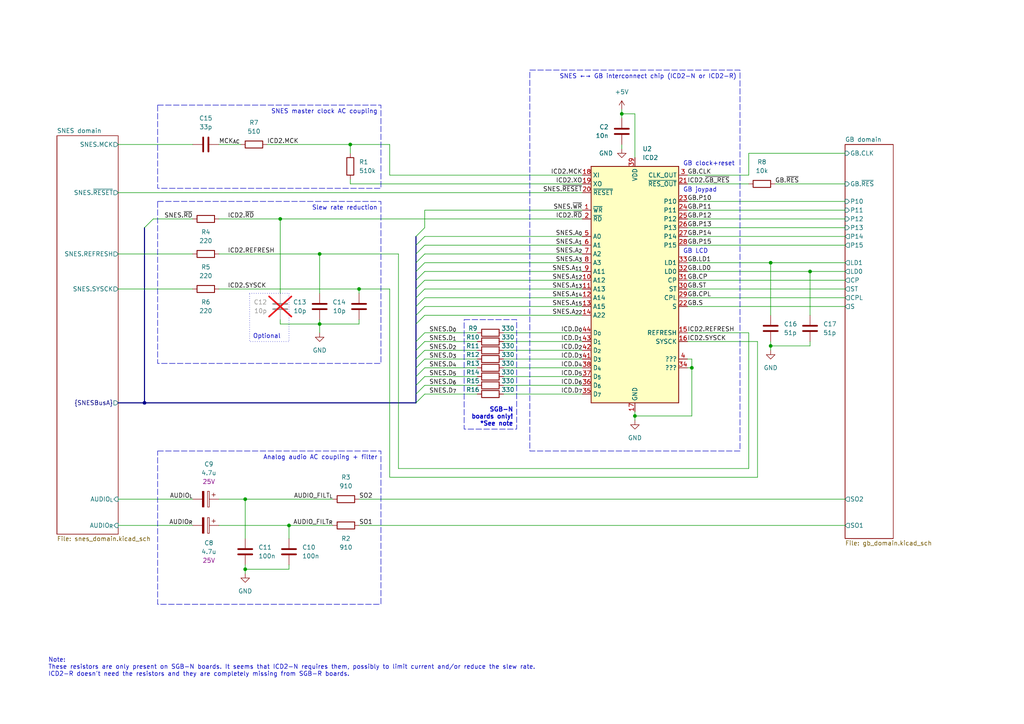
<source format=kicad_sch>
(kicad_sch
	(version 20231120)
	(generator "eeschema")
	(generator_version "8.0")
	(uuid "de4cb380-1bb2-43d1-a24a-6fca2623d1f9")
	(paper "A4")
	(title_block
		(title "SGB-MBC5-01")
		(date "2024-04-03")
		(rev "1.0")
		(company "https://github.com/MouseBiteLabs")
		(comment 1 "Adapted from: https://github.com/gekkio/gb-schematics")
	)
	(lib_symbols
		(symbol "Device:C"
			(pin_numbers hide)
			(pin_names
				(offset 0.254)
			)
			(exclude_from_sim no)
			(in_bom yes)
			(on_board yes)
			(property "Reference" "C"
				(at 0.635 2.54 0)
				(effects
					(font
						(size 1.27 1.27)
					)
					(justify left)
				)
			)
			(property "Value" "C"
				(at 0.635 -2.54 0)
				(effects
					(font
						(size 1.27 1.27)
					)
					(justify left)
				)
			)
			(property "Footprint" ""
				(at 0.9652 -3.81 0)
				(effects
					(font
						(size 1.27 1.27)
					)
					(hide yes)
				)
			)
			(property "Datasheet" "~"
				(at 0 0 0)
				(effects
					(font
						(size 1.27 1.27)
					)
					(hide yes)
				)
			)
			(property "Description" "Unpolarized capacitor"
				(at 0 0 0)
				(effects
					(font
						(size 1.27 1.27)
					)
					(hide yes)
				)
			)
			(property "ki_keywords" "cap capacitor"
				(at 0 0 0)
				(effects
					(font
						(size 1.27 1.27)
					)
					(hide yes)
				)
			)
			(property "ki_fp_filters" "C_*"
				(at 0 0 0)
				(effects
					(font
						(size 1.27 1.27)
					)
					(hide yes)
				)
			)
			(symbol "C_0_1"
				(polyline
					(pts
						(xy -2.032 -0.762) (xy 2.032 -0.762)
					)
					(stroke
						(width 0.508)
						(type default)
					)
					(fill
						(type none)
					)
				)
				(polyline
					(pts
						(xy -2.032 0.762) (xy 2.032 0.762)
					)
					(stroke
						(width 0.508)
						(type default)
					)
					(fill
						(type none)
					)
				)
			)
			(symbol "C_1_1"
				(pin passive line
					(at 0 3.81 270)
					(length 2.794)
					(name "~"
						(effects
							(font
								(size 1.27 1.27)
							)
						)
					)
					(number "1"
						(effects
							(font
								(size 1.27 1.27)
							)
						)
					)
				)
				(pin passive line
					(at 0 -3.81 90)
					(length 2.794)
					(name "~"
						(effects
							(font
								(size 1.27 1.27)
							)
						)
					)
					(number "2"
						(effects
							(font
								(size 1.27 1.27)
							)
						)
					)
				)
			)
		)
		(symbol "Device:C_Polarized"
			(pin_numbers hide)
			(pin_names
				(offset 0.254)
			)
			(exclude_from_sim no)
			(in_bom yes)
			(on_board yes)
			(property "Reference" "C"
				(at 0.635 2.54 0)
				(effects
					(font
						(size 1.27 1.27)
					)
					(justify left)
				)
			)
			(property "Value" "C_Polarized"
				(at 0.635 -2.54 0)
				(effects
					(font
						(size 1.27 1.27)
					)
					(justify left)
				)
			)
			(property "Footprint" ""
				(at 0.9652 -3.81 0)
				(effects
					(font
						(size 1.27 1.27)
					)
					(hide yes)
				)
			)
			(property "Datasheet" "~"
				(at 0 0 0)
				(effects
					(font
						(size 1.27 1.27)
					)
					(hide yes)
				)
			)
			(property "Description" "Polarized capacitor"
				(at 0 0 0)
				(effects
					(font
						(size 1.27 1.27)
					)
					(hide yes)
				)
			)
			(property "ki_keywords" "cap capacitor"
				(at 0 0 0)
				(effects
					(font
						(size 1.27 1.27)
					)
					(hide yes)
				)
			)
			(property "ki_fp_filters" "CP_*"
				(at 0 0 0)
				(effects
					(font
						(size 1.27 1.27)
					)
					(hide yes)
				)
			)
			(symbol "C_Polarized_0_1"
				(rectangle
					(start -2.286 0.508)
					(end 2.286 1.016)
					(stroke
						(width 0)
						(type default)
					)
					(fill
						(type none)
					)
				)
				(polyline
					(pts
						(xy -1.778 2.286) (xy -0.762 2.286)
					)
					(stroke
						(width 0)
						(type default)
					)
					(fill
						(type none)
					)
				)
				(polyline
					(pts
						(xy -1.27 2.794) (xy -1.27 1.778)
					)
					(stroke
						(width 0)
						(type default)
					)
					(fill
						(type none)
					)
				)
				(rectangle
					(start 2.286 -0.508)
					(end -2.286 -1.016)
					(stroke
						(width 0)
						(type default)
					)
					(fill
						(type outline)
					)
				)
			)
			(symbol "C_Polarized_1_1"
				(pin passive line
					(at 0 3.81 270)
					(length 2.794)
					(name "~"
						(effects
							(font
								(size 1.27 1.27)
							)
						)
					)
					(number "1"
						(effects
							(font
								(size 1.27 1.27)
							)
						)
					)
				)
				(pin passive line
					(at 0 -3.81 90)
					(length 2.794)
					(name "~"
						(effects
							(font
								(size 1.27 1.27)
							)
						)
					)
					(number "2"
						(effects
							(font
								(size 1.27 1.27)
							)
						)
					)
				)
			)
		)
		(symbol "Device:R"
			(pin_numbers hide)
			(pin_names
				(offset 0)
			)
			(exclude_from_sim no)
			(in_bom yes)
			(on_board yes)
			(property "Reference" "R"
				(at 2.032 0 90)
				(effects
					(font
						(size 1.27 1.27)
					)
				)
			)
			(property "Value" "R"
				(at 0 0 90)
				(effects
					(font
						(size 1.27 1.27)
					)
				)
			)
			(property "Footprint" ""
				(at -1.778 0 90)
				(effects
					(font
						(size 1.27 1.27)
					)
					(hide yes)
				)
			)
			(property "Datasheet" "~"
				(at 0 0 0)
				(effects
					(font
						(size 1.27 1.27)
					)
					(hide yes)
				)
			)
			(property "Description" "Resistor"
				(at 0 0 0)
				(effects
					(font
						(size 1.27 1.27)
					)
					(hide yes)
				)
			)
			(property "ki_keywords" "R res resistor"
				(at 0 0 0)
				(effects
					(font
						(size 1.27 1.27)
					)
					(hide yes)
				)
			)
			(property "ki_fp_filters" "R_*"
				(at 0 0 0)
				(effects
					(font
						(size 1.27 1.27)
					)
					(hide yes)
				)
			)
			(symbol "R_0_1"
				(rectangle
					(start -1.016 -2.54)
					(end 1.016 2.54)
					(stroke
						(width 0.254)
						(type default)
					)
					(fill
						(type none)
					)
				)
			)
			(symbol "R_1_1"
				(pin passive line
					(at 0 3.81 270)
					(length 1.27)
					(name "~"
						(effects
							(font
								(size 1.27 1.27)
							)
						)
					)
					(number "1"
						(effects
							(font
								(size 1.27 1.27)
							)
						)
					)
				)
				(pin passive line
					(at 0 -3.81 90)
					(length 1.27)
					(name "~"
						(effects
							(font
								(size 1.27 1.27)
							)
						)
					)
					(number "2"
						(effects
							(font
								(size 1.27 1.27)
							)
						)
					)
				)
			)
		)
		(symbol "Gekkio_Interface:ICD2"
			(exclude_from_sim no)
			(in_bom yes)
			(on_board yes)
			(property "Reference" "U"
				(at -12.7 44.45 0)
				(effects
					(font
						(size 1.27 1.27)
					)
				)
			)
			(property "Value" "ICD2"
				(at 10.16 44.45 0)
				(effects
					(font
						(size 1.27 1.27)
					)
				)
			)
			(property "Footprint" ""
				(at 0 0 0)
				(effects
					(font
						(size 1.27 1.27)
					)
					(hide yes)
				)
			)
			(property "Datasheet" ""
				(at 0 0 0)
				(effects
					(font
						(size 1.27 1.27)
					)
					(hide yes)
				)
			)
			(property "Description" ""
				(at 0 0 0)
				(effects
					(font
						(size 1.27 1.27)
					)
					(hide yes)
				)
			)
			(symbol "ICD2_1_1"
				(rectangle
					(start -12.7 43.18)
					(end 12.7 -25.4)
					(stroke
						(width 0.254)
						(type default)
					)
					(fill
						(type background)
					)
				)
				(pin input line
					(at -15.24 30.48 0)
					(length 2.54)
					(name "~{WR}"
						(effects
							(font
								(size 1.27 1.27)
							)
						)
					)
					(number "1"
						(effects
							(font
								(size 1.27 1.27)
							)
						)
					)
				)
				(pin input line
					(at -15.24 10.16 0)
					(length 2.54)
					(name "A12"
						(effects
							(font
								(size 1.27 1.27)
							)
						)
					)
					(number "10"
						(effects
							(font
								(size 1.27 1.27)
							)
						)
					)
				)
				(pin input line
					(at -15.24 7.62 0)
					(length 2.54)
					(name "A13"
						(effects
							(font
								(size 1.27 1.27)
							)
						)
					)
					(number "11"
						(effects
							(font
								(size 1.27 1.27)
							)
						)
					)
				)
				(pin input line
					(at -15.24 5.08 0)
					(length 2.54)
					(name "A14"
						(effects
							(font
								(size 1.27 1.27)
							)
						)
					)
					(number "12"
						(effects
							(font
								(size 1.27 1.27)
							)
						)
					)
				)
				(pin input line
					(at -15.24 2.54 0)
					(length 2.54)
					(name "A15"
						(effects
							(font
								(size 1.27 1.27)
							)
						)
					)
					(number "13"
						(effects
							(font
								(size 1.27 1.27)
							)
						)
					)
				)
				(pin input line
					(at -15.24 0 0)
					(length 2.54)
					(name "A22"
						(effects
							(font
								(size 1.27 1.27)
							)
						)
					)
					(number "14"
						(effects
							(font
								(size 1.27 1.27)
							)
						)
					)
				)
				(pin input line
					(at 15.24 -5.08 180)
					(length 2.54)
					(name "REFRESH"
						(effects
							(font
								(size 1.27 1.27)
							)
						)
					)
					(number "15"
						(effects
							(font
								(size 1.27 1.27)
							)
						)
					)
				)
				(pin input line
					(at 15.24 -7.62 180)
					(length 2.54)
					(name "SYSCK"
						(effects
							(font
								(size 1.27 1.27)
							)
						)
					)
					(number "16"
						(effects
							(font
								(size 1.27 1.27)
							)
						)
					)
				)
				(pin power_in line
					(at 0 -27.94 90)
					(length 2.54)
					(name "GND"
						(effects
							(font
								(size 1.27 1.27)
							)
						)
					)
					(number "17"
						(effects
							(font
								(size 1.27 1.27)
							)
						)
					)
				)
				(pin input line
					(at -15.24 40.64 0)
					(length 2.54)
					(name "XI"
						(effects
							(font
								(size 1.27 1.27)
							)
						)
					)
					(number "18"
						(effects
							(font
								(size 1.27 1.27)
							)
						)
					)
				)
				(pin bidirectional line
					(at -15.24 38.1 0)
					(length 2.54)
					(name "XO"
						(effects
							(font
								(size 1.27 1.27)
							)
						)
					)
					(number "19"
						(effects
							(font
								(size 1.27 1.27)
							)
						)
					)
				)
				(pin input line
					(at -15.24 27.94 0)
					(length 2.54)
					(name "~{RD}"
						(effects
							(font
								(size 1.27 1.27)
							)
						)
					)
					(number "2"
						(effects
							(font
								(size 1.27 1.27)
							)
						)
					)
				)
				(pin input line
					(at -15.24 35.56 0)
					(length 2.54)
					(name "~{RESET}"
						(effects
							(font
								(size 1.27 1.27)
							)
						)
					)
					(number "20"
						(effects
							(font
								(size 1.27 1.27)
							)
						)
					)
				)
				(pin output line
					(at 15.24 38.1 180)
					(length 2.54)
					(name "~{RES_OUT}"
						(effects
							(font
								(size 1.27 1.27)
							)
						)
					)
					(number "21"
						(effects
							(font
								(size 1.27 1.27)
							)
						)
					)
				)
				(pin input line
					(at 15.24 2.54 180)
					(length 2.54)
					(name "S"
						(effects
							(font
								(size 1.27 1.27)
							)
						)
					)
					(number "22"
						(effects
							(font
								(size 1.27 1.27)
							)
						)
					)
				)
				(pin output line
					(at 15.24 33.02 180)
					(length 2.54)
					(name "P10"
						(effects
							(font
								(size 1.27 1.27)
							)
						)
					)
					(number "23"
						(effects
							(font
								(size 1.27 1.27)
							)
						)
					)
				)
				(pin output line
					(at 15.24 30.48 180)
					(length 2.54)
					(name "P11"
						(effects
							(font
								(size 1.27 1.27)
							)
						)
					)
					(number "24"
						(effects
							(font
								(size 1.27 1.27)
							)
						)
					)
				)
				(pin output line
					(at 15.24 27.94 180)
					(length 2.54)
					(name "P12"
						(effects
							(font
								(size 1.27 1.27)
							)
						)
					)
					(number "25"
						(effects
							(font
								(size 1.27 1.27)
							)
						)
					)
				)
				(pin output line
					(at 15.24 25.4 180)
					(length 2.54)
					(name "P13"
						(effects
							(font
								(size 1.27 1.27)
							)
						)
					)
					(number "26"
						(effects
							(font
								(size 1.27 1.27)
							)
						)
					)
				)
				(pin input line
					(at 15.24 22.86 180)
					(length 2.54)
					(name "P14"
						(effects
							(font
								(size 1.27 1.27)
							)
						)
					)
					(number "27"
						(effects
							(font
								(size 1.27 1.27)
							)
						)
					)
				)
				(pin input line
					(at 15.24 20.32 180)
					(length 2.54)
					(name "P15"
						(effects
							(font
								(size 1.27 1.27)
							)
						)
					)
					(number "28"
						(effects
							(font
								(size 1.27 1.27)
							)
						)
					)
				)
				(pin input line
					(at 15.24 5.08 180)
					(length 2.54)
					(name "CPL"
						(effects
							(font
								(size 1.27 1.27)
							)
						)
					)
					(number "29"
						(effects
							(font
								(size 1.27 1.27)
							)
						)
					)
				)
				(pin output line
					(at 15.24 40.64 180)
					(length 2.54)
					(name "CLK_OUT"
						(effects
							(font
								(size 1.27 1.27)
							)
						)
					)
					(number "3"
						(effects
							(font
								(size 1.27 1.27)
							)
						)
					)
				)
				(pin input line
					(at 15.24 7.62 180)
					(length 2.54)
					(name "ST"
						(effects
							(font
								(size 1.27 1.27)
							)
						)
					)
					(number "30"
						(effects
							(font
								(size 1.27 1.27)
							)
						)
					)
				)
				(pin input line
					(at 15.24 10.16 180)
					(length 2.54)
					(name "CP"
						(effects
							(font
								(size 1.27 1.27)
							)
						)
					)
					(number "31"
						(effects
							(font
								(size 1.27 1.27)
							)
						)
					)
				)
				(pin input line
					(at 15.24 12.7 180)
					(length 2.54)
					(name "LD0"
						(effects
							(font
								(size 1.27 1.27)
							)
						)
					)
					(number "32"
						(effects
							(font
								(size 1.27 1.27)
							)
						)
					)
				)
				(pin input line
					(at 15.24 15.24 180)
					(length 2.54)
					(name "LD1"
						(effects
							(font
								(size 1.27 1.27)
							)
						)
					)
					(number "33"
						(effects
							(font
								(size 1.27 1.27)
							)
						)
					)
				)
				(pin input line
					(at 15.24 -15.24 180)
					(length 2.54)
					(name "???"
						(effects
							(font
								(size 1.27 1.27)
							)
						)
					)
					(number "34"
						(effects
							(font
								(size 1.27 1.27)
							)
						)
					)
				)
				(pin bidirectional line
					(at -15.24 -22.86 0)
					(length 2.54)
					(name "D_{7}"
						(effects
							(font
								(size 1.27 1.27)
							)
						)
					)
					(number "35"
						(effects
							(font
								(size 1.27 1.27)
							)
						)
					)
				)
				(pin bidirectional line
					(at -15.24 -20.32 0)
					(length 2.54)
					(name "D_{6}"
						(effects
							(font
								(size 1.27 1.27)
							)
						)
					)
					(number "36"
						(effects
							(font
								(size 1.27 1.27)
							)
						)
					)
				)
				(pin bidirectional line
					(at -15.24 -17.78 0)
					(length 2.54)
					(name "D_{5}"
						(effects
							(font
								(size 1.27 1.27)
							)
						)
					)
					(number "37"
						(effects
							(font
								(size 1.27 1.27)
							)
						)
					)
				)
				(pin bidirectional line
					(at -15.24 -15.24 0)
					(length 2.54)
					(name "D_{4}"
						(effects
							(font
								(size 1.27 1.27)
							)
						)
					)
					(number "38"
						(effects
							(font
								(size 1.27 1.27)
							)
						)
					)
				)
				(pin input line
					(at 0 45.72 270)
					(length 2.54)
					(name "VDD"
						(effects
							(font
								(size 1.27 1.27)
							)
						)
					)
					(number "39"
						(effects
							(font
								(size 1.27 1.27)
							)
						)
					)
				)
				(pin input line
					(at 15.24 -12.7 180)
					(length 2.54)
					(name "???"
						(effects
							(font
								(size 1.27 1.27)
							)
						)
					)
					(number "4"
						(effects
							(font
								(size 1.27 1.27)
							)
						)
					)
				)
				(pin passive line
					(at 0 -27.94 90)
					(length 2.54) hide
					(name "GND"
						(effects
							(font
								(size 1.27 1.27)
							)
						)
					)
					(number "40"
						(effects
							(font
								(size 1.27 1.27)
							)
						)
					)
				)
				(pin bidirectional line
					(at -15.24 -12.7 0)
					(length 2.54)
					(name "D_{3}"
						(effects
							(font
								(size 1.27 1.27)
							)
						)
					)
					(number "41"
						(effects
							(font
								(size 1.27 1.27)
							)
						)
					)
				)
				(pin bidirectional line
					(at -15.24 -10.16 0)
					(length 2.54)
					(name "D_{2}"
						(effects
							(font
								(size 1.27 1.27)
							)
						)
					)
					(number "42"
						(effects
							(font
								(size 1.27 1.27)
							)
						)
					)
				)
				(pin bidirectional line
					(at -15.24 -7.62 0)
					(length 2.54)
					(name "D_{1}"
						(effects
							(font
								(size 1.27 1.27)
							)
						)
					)
					(number "43"
						(effects
							(font
								(size 1.27 1.27)
							)
						)
					)
				)
				(pin bidirectional line
					(at -15.24 -5.08 0)
					(length 2.54)
					(name "D_{0}"
						(effects
							(font
								(size 1.27 1.27)
							)
						)
					)
					(number "44"
						(effects
							(font
								(size 1.27 1.27)
							)
						)
					)
				)
				(pin input line
					(at -15.24 22.86 0)
					(length 2.54)
					(name "A0"
						(effects
							(font
								(size 1.27 1.27)
							)
						)
					)
					(number "5"
						(effects
							(font
								(size 1.27 1.27)
							)
						)
					)
				)
				(pin input line
					(at -15.24 20.32 0)
					(length 2.54)
					(name "A1"
						(effects
							(font
								(size 1.27 1.27)
							)
						)
					)
					(number "6"
						(effects
							(font
								(size 1.27 1.27)
							)
						)
					)
				)
				(pin input line
					(at -15.24 17.78 0)
					(length 2.54)
					(name "A2"
						(effects
							(font
								(size 1.27 1.27)
							)
						)
					)
					(number "7"
						(effects
							(font
								(size 1.27 1.27)
							)
						)
					)
				)
				(pin input line
					(at -15.24 15.24 0)
					(length 2.54)
					(name "A3"
						(effects
							(font
								(size 1.27 1.27)
							)
						)
					)
					(number "8"
						(effects
							(font
								(size 1.27 1.27)
							)
						)
					)
				)
				(pin input line
					(at -15.24 12.7 0)
					(length 2.54)
					(name "A11"
						(effects
							(font
								(size 1.27 1.27)
							)
						)
					)
					(number "9"
						(effects
							(font
								(size 1.27 1.27)
							)
						)
					)
				)
			)
		)
		(symbol "power:+5V"
			(power)
			(pin_names
				(offset 0)
			)
			(exclude_from_sim no)
			(in_bom yes)
			(on_board yes)
			(property "Reference" "#PWR"
				(at 0 -3.81 0)
				(effects
					(font
						(size 1.27 1.27)
					)
					(hide yes)
				)
			)
			(property "Value" "+5V"
				(at 0 3.556 0)
				(effects
					(font
						(size 1.27 1.27)
					)
				)
			)
			(property "Footprint" ""
				(at 0 0 0)
				(effects
					(font
						(size 1.27 1.27)
					)
					(hide yes)
				)
			)
			(property "Datasheet" ""
				(at 0 0 0)
				(effects
					(font
						(size 1.27 1.27)
					)
					(hide yes)
				)
			)
			(property "Description" "Power symbol creates a global label with name \"+5V\""
				(at 0 0 0)
				(effects
					(font
						(size 1.27 1.27)
					)
					(hide yes)
				)
			)
			(property "ki_keywords" "global power"
				(at 0 0 0)
				(effects
					(font
						(size 1.27 1.27)
					)
					(hide yes)
				)
			)
			(symbol "+5V_0_1"
				(polyline
					(pts
						(xy -0.762 1.27) (xy 0 2.54)
					)
					(stroke
						(width 0)
						(type default)
					)
					(fill
						(type none)
					)
				)
				(polyline
					(pts
						(xy 0 0) (xy 0 2.54)
					)
					(stroke
						(width 0)
						(type default)
					)
					(fill
						(type none)
					)
				)
				(polyline
					(pts
						(xy 0 2.54) (xy 0.762 1.27)
					)
					(stroke
						(width 0)
						(type default)
					)
					(fill
						(type none)
					)
				)
			)
			(symbol "+5V_1_1"
				(pin power_in line
					(at 0 0 90)
					(length 0) hide
					(name "+5V"
						(effects
							(font
								(size 1.27 1.27)
							)
						)
					)
					(number "1"
						(effects
							(font
								(size 1.27 1.27)
							)
						)
					)
				)
			)
		)
		(symbol "power:GND"
			(power)
			(pin_names
				(offset 0)
			)
			(exclude_from_sim no)
			(in_bom yes)
			(on_board yes)
			(property "Reference" "#PWR"
				(at 0 -6.35 0)
				(effects
					(font
						(size 1.27 1.27)
					)
					(hide yes)
				)
			)
			(property "Value" "GND"
				(at 0 -3.81 0)
				(effects
					(font
						(size 1.27 1.27)
					)
				)
			)
			(property "Footprint" ""
				(at 0 0 0)
				(effects
					(font
						(size 1.27 1.27)
					)
					(hide yes)
				)
			)
			(property "Datasheet" ""
				(at 0 0 0)
				(effects
					(font
						(size 1.27 1.27)
					)
					(hide yes)
				)
			)
			(property "Description" "Power symbol creates a global label with name \"GND\" , ground"
				(at 0 0 0)
				(effects
					(font
						(size 1.27 1.27)
					)
					(hide yes)
				)
			)
			(property "ki_keywords" "global power"
				(at 0 0 0)
				(effects
					(font
						(size 1.27 1.27)
					)
					(hide yes)
				)
			)
			(symbol "GND_0_1"
				(polyline
					(pts
						(xy 0 0) (xy 0 -1.27) (xy 1.27 -1.27) (xy 0 -2.54) (xy -1.27 -1.27) (xy 0 -1.27)
					)
					(stroke
						(width 0)
						(type default)
					)
					(fill
						(type none)
					)
				)
			)
			(symbol "GND_1_1"
				(pin power_in line
					(at 0 0 270)
					(length 0) hide
					(name "GND"
						(effects
							(font
								(size 1.27 1.27)
							)
						)
					)
					(number "1"
						(effects
							(font
								(size 1.27 1.27)
							)
						)
					)
				)
			)
		)
	)
	(junction
		(at 83.82 152.4)
		(diameter 0)
		(color 0 0 0 0)
		(uuid "01c90ec2-0fca-4fcf-8dbe-540a89ec8e4f")
	)
	(junction
		(at 71.12 165.1)
		(diameter 0)
		(color 0 0 0 0)
		(uuid "073bd6a5-1133-4bdc-9ccd-2fe5df84960f")
	)
	(junction
		(at 104.14 83.82)
		(diameter 0)
		(color 0 0 0 0)
		(uuid "2e9a82b3-304a-4531-ab59-6a563fd391a1")
	)
	(junction
		(at 101.6 41.91)
		(diameter 0)
		(color 0 0 0 0)
		(uuid "499c1ec3-f487-47c1-aa28-b0b945f4a834")
	)
	(junction
		(at 180.34 33.02)
		(diameter 0)
		(color 0 0 0 0)
		(uuid "4e100424-cae8-4dc4-b8d8-fb6035819f86")
	)
	(junction
		(at 41.91 116.84)
		(diameter 0)
		(color 0 0 0 0)
		(uuid "5da46ff9-9cc2-4c5e-ab6b-819859421863")
	)
	(junction
		(at 71.12 144.78)
		(diameter 0)
		(color 0 0 0 0)
		(uuid "5f6e62f5-ce2a-4eb4-babc-80ce448f161f")
	)
	(junction
		(at 223.52 76.2)
		(diameter 0)
		(color 0 0 0 0)
		(uuid "71d98f78-a7ea-44ed-8288-0a8446963fff")
	)
	(junction
		(at 92.71 73.66)
		(diameter 0)
		(color 0 0 0 0)
		(uuid "7b8125a2-f578-4d8a-9aa7-8840e963f15a")
	)
	(junction
		(at 81.28 63.5)
		(diameter 0)
		(color 0 0 0 0)
		(uuid "a4fce0b1-b98a-4a56-a530-3f171b7eb796")
	)
	(junction
		(at 92.71 93.98)
		(diameter 0)
		(color 0 0 0 0)
		(uuid "b5030be6-1248-4186-b2f3-cee821108642")
	)
	(junction
		(at 234.95 78.74)
		(diameter 0)
		(color 0 0 0 0)
		(uuid "c1718af9-e1d9-4a7c-b59b-fe6f2ad6b481")
	)
	(junction
		(at 184.15 120.65)
		(diameter 0)
		(color 0 0 0 0)
		(uuid "d9b4afac-8378-48d0-959b-f18c1b78bb44")
	)
	(junction
		(at 223.52 100.33)
		(diameter 0)
		(color 0 0 0 0)
		(uuid "e8aebde2-b4df-49ea-98a4-9d097fa96901")
	)
	(junction
		(at 200.66 106.68)
		(diameter 0)
		(color 0 0 0 0)
		(uuid "eae960fa-5122-4cc3-af8e-3a6815d7c091")
	)
	(bus_entry
		(at 123.19 96.52)
		(size -2.54 2.54)
		(stroke
			(width 0)
			(type default)
		)
		(uuid "06469021-3afc-4587-99b5-4d1c6837f26f")
	)
	(bus_entry
		(at 41.91 66.04)
		(size 2.54 -2.54)
		(stroke
			(width 0)
			(type default)
		)
		(uuid "09a31d0a-6172-4708-bb10-de62c5fb67be")
	)
	(bus_entry
		(at 123.19 109.22)
		(size -2.54 2.54)
		(stroke
			(width 0)
			(type default)
		)
		(uuid "0b6f7aa1-75b2-477e-ae8f-cd46ac181f6c")
	)
	(bus_entry
		(at 123.19 106.68)
		(size -2.54 2.54)
		(stroke
			(width 0)
			(type default)
		)
		(uuid "18b1363f-256c-41a8-a9f7-d8e976dfe147")
	)
	(bus_entry
		(at 123.19 114.3)
		(size -2.54 2.54)
		(stroke
			(width 0)
			(type default)
		)
		(uuid "2551cfb7-8de1-4ddf-8aa0-9df8d0e74e6b")
	)
	(bus_entry
		(at 123.19 91.44)
		(size -2.54 2.54)
		(stroke
			(width 0)
			(type default)
		)
		(uuid "29006c34-debb-4b1c-9239-a4a0ecd066bb")
	)
	(bus_entry
		(at 123.19 83.82)
		(size -2.54 2.54)
		(stroke
			(width 0)
			(type default)
		)
		(uuid "34a646c5-81e1-464e-b241-ca7e95a3fa57")
	)
	(bus_entry
		(at 123.19 76.2)
		(size -2.54 2.54)
		(stroke
			(width 0)
			(type default)
		)
		(uuid "58a7f0f4-ef1e-4fba-a658-3b651e6497c5")
	)
	(bus_entry
		(at 123.19 78.74)
		(size -2.54 2.54)
		(stroke
			(width 0)
			(type default)
		)
		(uuid "5cc2a4b6-3709-4444-8e23-5822af7e1a5d")
	)
	(bus_entry
		(at 123.19 73.66)
		(size -2.54 2.54)
		(stroke
			(width 0)
			(type default)
		)
		(uuid "6023538f-a88c-4d3c-b8eb-02dcbfd19645")
	)
	(bus_entry
		(at 123.19 88.9)
		(size -2.54 2.54)
		(stroke
			(width 0)
			(type default)
		)
		(uuid "87d6b32c-e150-4219-a004-30422afccb12")
	)
	(bus_entry
		(at 123.19 101.6)
		(size -2.54 2.54)
		(stroke
			(width 0)
			(type default)
		)
		(uuid "91561c06-3ae4-4530-8a2e-d5c8a7550f29")
	)
	(bus_entry
		(at 123.19 111.76)
		(size -2.54 2.54)
		(stroke
			(width 0)
			(type default)
		)
		(uuid "94374dda-b18a-4c15-9b80-6c18be89de80")
	)
	(bus_entry
		(at 123.19 81.28)
		(size -2.54 2.54)
		(stroke
			(width 0)
			(type default)
		)
		(uuid "a46c94e8-ae4f-4420-b58f-1a0199ea367f")
	)
	(bus_entry
		(at 120.65 68.58)
		(size 2.54 -2.54)
		(stroke
			(width 0)
			(type default)
		)
		(uuid "d2878f3b-73b1-4d19-895f-0175ed43fe40")
	)
	(bus_entry
		(at 123.19 71.12)
		(size -2.54 2.54)
		(stroke
			(width 0)
			(type default)
		)
		(uuid "d54a692c-900c-4fb7-b402-36d4e65223b1")
	)
	(bus_entry
		(at 123.19 99.06)
		(size -2.54 2.54)
		(stroke
			(width 0)
			(type default)
		)
		(uuid "e0a1d2e5-0a7b-4969-815b-833b7f600851")
	)
	(bus_entry
		(at 123.19 104.14)
		(size -2.54 2.54)
		(stroke
			(width 0)
			(type default)
		)
		(uuid "e1607e82-61b6-4000-ace2-df4d64767b73")
	)
	(bus_entry
		(at 123.19 86.36)
		(size -2.54 2.54)
		(stroke
			(width 0)
			(type default)
		)
		(uuid "e71e565a-f021-4818-b1a6-e7a1a901f9c8")
	)
	(bus_entry
		(at 123.19 68.58)
		(size -2.54 2.54)
		(stroke
			(width 0)
			(type default)
		)
		(uuid "f7df4826-98fd-4f28-bf94-7790a31534f8")
	)
	(wire
		(pts
			(xy 200.66 120.65) (xy 200.66 106.68)
		)
		(stroke
			(width 0)
			(type default)
		)
		(uuid "07269270-99d0-46b5-9bbf-01f8f42f6428")
	)
	(wire
		(pts
			(xy 123.19 88.9) (xy 168.91 88.9)
		)
		(stroke
			(width 0)
			(type default)
		)
		(uuid "0a82033e-abbb-4469-bfb2-7f4b5625b030")
	)
	(wire
		(pts
			(xy 199.39 71.12) (xy 245.11 71.12)
		)
		(stroke
			(width 0)
			(type default)
		)
		(uuid "0cc4fc7b-9667-4bf0-9de7-8e33f78fce07")
	)
	(wire
		(pts
			(xy 123.19 101.6) (xy 138.43 101.6)
		)
		(stroke
			(width 0)
			(type default)
		)
		(uuid "0e605ca8-f589-4415-866b-c4d4ec548056")
	)
	(wire
		(pts
			(xy 199.39 66.04) (xy 245.11 66.04)
		)
		(stroke
			(width 0)
			(type default)
		)
		(uuid "13d0b426-c689-4c4f-9f1a-cf55f2b6313b")
	)
	(wire
		(pts
			(xy 217.17 44.45) (xy 245.11 44.45)
		)
		(stroke
			(width 0)
			(type default)
		)
		(uuid "157cf6e4-e7cd-48aa-80d6-bf701ba07fbe")
	)
	(wire
		(pts
			(xy 219.71 99.06) (xy 219.71 138.43)
		)
		(stroke
			(width 0)
			(type default)
		)
		(uuid "16915137-3d61-485d-b737-2e88304b2f71")
	)
	(wire
		(pts
			(xy 146.05 114.3) (xy 168.91 114.3)
		)
		(stroke
			(width 0)
			(type default)
		)
		(uuid "18e4e392-a4b5-4b4d-9630-49229d283be6")
	)
	(wire
		(pts
			(xy 146.05 96.52) (xy 168.91 96.52)
		)
		(stroke
			(width 0)
			(type default)
		)
		(uuid "1d1134c8-5b81-43d6-8d07-1e29026ff841")
	)
	(wire
		(pts
			(xy 199.39 83.82) (xy 245.11 83.82)
		)
		(stroke
			(width 0)
			(type default)
		)
		(uuid "1de2a9b6-d299-4c98-bfc3-d3b2ab65b516")
	)
	(bus
		(pts
			(xy 120.65 86.36) (xy 120.65 88.9)
		)
		(stroke
			(width 0)
			(type default)
		)
		(uuid "22abd78d-45af-4343-b461-253a242c1513")
	)
	(wire
		(pts
			(xy 200.66 106.68) (xy 200.66 104.14)
		)
		(stroke
			(width 0)
			(type default)
		)
		(uuid "24e2d493-b3a4-41fd-b2fc-d8d3cf2138ed")
	)
	(wire
		(pts
			(xy 63.5 152.4) (xy 83.82 152.4)
		)
		(stroke
			(width 0)
			(type default)
		)
		(uuid "264f5ebe-bf3a-4a81-905e-daee46d89574")
	)
	(wire
		(pts
			(xy 71.12 144.78) (xy 71.12 156.21)
		)
		(stroke
			(width 0)
			(type default)
		)
		(uuid "2702cd59-bd96-487a-a3a1-4d9cb0b252ba")
	)
	(bus
		(pts
			(xy 120.65 114.3) (xy 120.65 116.84)
		)
		(stroke
			(width 0)
			(type default)
		)
		(uuid "2af81aa2-155d-4ff1-820b-eddc3f6f6ae8")
	)
	(wire
		(pts
			(xy 34.29 152.4) (xy 55.88 152.4)
		)
		(stroke
			(width 0)
			(type default)
		)
		(uuid "2d61daf1-b588-438f-a3dd-e435b2471324")
	)
	(wire
		(pts
			(xy 123.19 71.12) (xy 168.91 71.12)
		)
		(stroke
			(width 0)
			(type default)
		)
		(uuid "2ea1a1f5-1094-4e66-b605-fb1070d0f094")
	)
	(bus
		(pts
			(xy 41.91 66.04) (xy 41.91 116.84)
		)
		(stroke
			(width 0)
			(type default)
		)
		(uuid "3435c502-f643-4d69-a9e7-5c1a81ea6f6f")
	)
	(wire
		(pts
			(xy 92.71 93.98) (xy 104.14 93.98)
		)
		(stroke
			(width 0)
			(type default)
		)
		(uuid "353149d1-b628-4535-850b-93f281b3d476")
	)
	(wire
		(pts
			(xy 123.19 104.14) (xy 138.43 104.14)
		)
		(stroke
			(width 0)
			(type default)
		)
		(uuid "39eed8d5-ade2-4477-bb8a-c152a61cfba5")
	)
	(wire
		(pts
			(xy 223.52 100.33) (xy 234.95 100.33)
		)
		(stroke
			(width 0)
			(type default)
		)
		(uuid "3b45c5e9-a470-4371-99e7-97adb60d0c03")
	)
	(wire
		(pts
			(xy 63.5 83.82) (xy 104.14 83.82)
		)
		(stroke
			(width 0)
			(type default)
		)
		(uuid "3cc3c5b9-7430-493a-ae51-5bf1cdc0133b")
	)
	(wire
		(pts
			(xy 123.19 91.44) (xy 168.91 91.44)
		)
		(stroke
			(width 0)
			(type default)
		)
		(uuid "3d49fe7c-7563-49e4-962d-fa3ae03c8535")
	)
	(wire
		(pts
			(xy 123.19 78.74) (xy 168.91 78.74)
		)
		(stroke
			(width 0)
			(type default)
		)
		(uuid "3e1c37cc-0247-403a-bf0b-1419c1e6840d")
	)
	(wire
		(pts
			(xy 199.39 86.36) (xy 245.11 86.36)
		)
		(stroke
			(width 0)
			(type default)
		)
		(uuid "43c00e75-9fef-4f73-b527-57caaf1c188d")
	)
	(wire
		(pts
			(xy 83.82 152.4) (xy 83.82 156.21)
		)
		(stroke
			(width 0)
			(type default)
		)
		(uuid "440aba6a-a650-4876-8bf8-10e276a4395d")
	)
	(bus
		(pts
			(xy 41.91 116.84) (xy 120.65 116.84)
		)
		(stroke
			(width 0)
			(type default)
		)
		(uuid "441294ff-5b77-4b2e-bbe0-b4e0049906dd")
	)
	(bus
		(pts
			(xy 34.29 116.84) (xy 41.91 116.84)
		)
		(stroke
			(width 0)
			(type default)
		)
		(uuid "449f926f-8105-4bb2-94b3-6af8e6b6e08f")
	)
	(wire
		(pts
			(xy 168.91 53.34) (xy 101.6 53.34)
		)
		(stroke
			(width 0)
			(type default)
		)
		(uuid "44d73193-9b03-4b55-90dc-62fcb910495e")
	)
	(wire
		(pts
			(xy 71.12 165.1) (xy 83.82 165.1)
		)
		(stroke
			(width 0)
			(type default)
		)
		(uuid "470a830a-6abf-4c0b-8aab-e825cd109c9b")
	)
	(wire
		(pts
			(xy 146.05 111.76) (xy 168.91 111.76)
		)
		(stroke
			(width 0)
			(type default)
		)
		(uuid "48260fff-5196-4ac1-b1f5-d6980a7e1dad")
	)
	(wire
		(pts
			(xy 223.52 100.33) (xy 223.52 101.6)
		)
		(stroke
			(width 0)
			(type default)
		)
		(uuid "4a4aa96a-cbc6-4c7d-9d46-af3e18258e04")
	)
	(wire
		(pts
			(xy 81.28 63.5) (xy 168.91 63.5)
		)
		(stroke
			(width 0)
			(type default)
		)
		(uuid "4b749996-3e49-4c8b-af7c-e7e23129057a")
	)
	(wire
		(pts
			(xy 223.52 76.2) (xy 245.11 76.2)
		)
		(stroke
			(width 0)
			(type default)
		)
		(uuid "508ff26e-a93b-46bd-8f3c-95785f102328")
	)
	(wire
		(pts
			(xy 146.05 99.06) (xy 168.91 99.06)
		)
		(stroke
			(width 0)
			(type default)
		)
		(uuid "52629173-1fad-4191-9001-b29780ffc766")
	)
	(wire
		(pts
			(xy 146.05 109.22) (xy 168.91 109.22)
		)
		(stroke
			(width 0)
			(type default)
		)
		(uuid "54bf6a12-aa7c-432b-bab1-509fbccebb5a")
	)
	(wire
		(pts
			(xy 199.39 88.9) (xy 245.11 88.9)
		)
		(stroke
			(width 0)
			(type default)
		)
		(uuid "54dd0d36-8bc7-4ad1-85b3-0696e09ada19")
	)
	(wire
		(pts
			(xy 123.19 86.36) (xy 168.91 86.36)
		)
		(stroke
			(width 0)
			(type default)
		)
		(uuid "59119eb6-2ff9-4e07-96c8-31415bce0c5a")
	)
	(bus
		(pts
			(xy 120.65 101.6) (xy 120.65 104.14)
		)
		(stroke
			(width 0)
			(type default)
		)
		(uuid "592c6971-8390-4e3a-b351-64059a86ddc4")
	)
	(wire
		(pts
			(xy 63.5 144.78) (xy 71.12 144.78)
		)
		(stroke
			(width 0)
			(type default)
		)
		(uuid "5a017fe3-9acc-40d8-a254-abc9a0520aa3")
	)
	(wire
		(pts
			(xy 234.95 78.74) (xy 245.11 78.74)
		)
		(stroke
			(width 0)
			(type default)
		)
		(uuid "5f3e2c49-fbe6-406b-8a76-3d5c52a5b16d")
	)
	(wire
		(pts
			(xy 123.19 114.3) (xy 138.43 114.3)
		)
		(stroke
			(width 0)
			(type default)
		)
		(uuid "5f5688cc-6cc5-454f-abb6-aeb89a4e84eb")
	)
	(wire
		(pts
			(xy 199.39 68.58) (xy 245.11 68.58)
		)
		(stroke
			(width 0)
			(type default)
		)
		(uuid "60dc534a-9379-41f5-b7f8-b4a3ecdc9ccc")
	)
	(wire
		(pts
			(xy 199.39 58.42) (xy 245.11 58.42)
		)
		(stroke
			(width 0)
			(type default)
		)
		(uuid "624699e5-0c98-4101-b7d1-4efdf67cecce")
	)
	(wire
		(pts
			(xy 123.19 109.22) (xy 138.43 109.22)
		)
		(stroke
			(width 0)
			(type default)
		)
		(uuid "632cd3b5-0bc2-4377-b3b8-365e7c05c215")
	)
	(bus
		(pts
			(xy 120.65 104.14) (xy 120.65 106.68)
		)
		(stroke
			(width 0)
			(type default)
		)
		(uuid "64928036-aae0-43b8-9a31-5798fbd53d8c")
	)
	(wire
		(pts
			(xy 123.19 99.06) (xy 138.43 99.06)
		)
		(stroke
			(width 0)
			(type default)
		)
		(uuid "6715df2e-8c61-43f4-8fb5-834679abab40")
	)
	(bus
		(pts
			(xy 120.65 81.28) (xy 120.65 83.82)
		)
		(stroke
			(width 0)
			(type default)
		)
		(uuid "68684b16-d059-41a3-879c-cee04cdf2d01")
	)
	(wire
		(pts
			(xy 92.71 92.71) (xy 92.71 93.98)
		)
		(stroke
			(width 0)
			(type default)
		)
		(uuid "68bc3c41-8ffa-4a48-a72c-6d2a63c0e167")
	)
	(wire
		(pts
			(xy 34.29 73.66) (xy 55.88 73.66)
		)
		(stroke
			(width 0)
			(type default)
		)
		(uuid "69670ea2-f666-44dd-b71a-1c331983579a")
	)
	(bus
		(pts
			(xy 120.65 93.98) (xy 120.65 99.06)
		)
		(stroke
			(width 0)
			(type default)
		)
		(uuid "6e383f1f-247d-4914-8f8c-0d637b241e12")
	)
	(wire
		(pts
			(xy 234.95 78.74) (xy 234.95 91.44)
		)
		(stroke
			(width 0)
			(type default)
		)
		(uuid "6f3173c9-9624-423e-9767-d8dd93f18598")
	)
	(wire
		(pts
			(xy 92.71 73.66) (xy 115.57 73.66)
		)
		(stroke
			(width 0)
			(type default)
		)
		(uuid "7298bafe-2176-4d72-b76f-aae4968e30a7")
	)
	(wire
		(pts
			(xy 92.71 93.98) (xy 92.71 96.52)
		)
		(stroke
			(width 0)
			(type default)
		)
		(uuid "78f7df5c-b13b-47f9-97ed-d78afd5a33af")
	)
	(wire
		(pts
			(xy 113.03 138.43) (xy 113.03 83.82)
		)
		(stroke
			(width 0)
			(type default)
		)
		(uuid "797b54a6-ec9a-4193-b7e0-024461383f22")
	)
	(wire
		(pts
			(xy 199.39 50.8) (xy 217.17 50.8)
		)
		(stroke
			(width 0)
			(type default)
		)
		(uuid "7b6d716a-d88f-41a1-8def-c46dd0751cca")
	)
	(bus
		(pts
			(xy 120.65 99.06) (xy 120.65 101.6)
		)
		(stroke
			(width 0)
			(type default)
		)
		(uuid "7c0780cf-0dfe-43e5-8b46-960bc2d604ff")
	)
	(wire
		(pts
			(xy 184.15 33.02) (xy 184.15 45.72)
		)
		(stroke
			(width 0)
			(type default)
		)
		(uuid "7e73ef4f-fdfd-43d2-bb05-f7c71b6d680f")
	)
	(wire
		(pts
			(xy 217.17 50.8) (xy 217.17 44.45)
		)
		(stroke
			(width 0)
			(type default)
		)
		(uuid "803725c2-9b9d-485e-9d06-5a9c7994ac15")
	)
	(wire
		(pts
			(xy 92.71 73.66) (xy 92.71 85.09)
		)
		(stroke
			(width 0)
			(type default)
		)
		(uuid "80daf8bb-308b-45ee-af30-547d06bf06db")
	)
	(bus
		(pts
			(xy 120.65 68.58) (xy 120.65 71.12)
		)
		(stroke
			(width 0)
			(type default)
		)
		(uuid "82e5c884-7591-41d5-95b6-15a20a1a9e15")
	)
	(wire
		(pts
			(xy 63.5 41.91) (xy 69.85 41.91)
		)
		(stroke
			(width 0)
			(type default)
		)
		(uuid "83f87008-295d-4d68-be91-d5d7db3c9044")
	)
	(wire
		(pts
			(xy 63.5 63.5) (xy 81.28 63.5)
		)
		(stroke
			(width 0)
			(type default)
		)
		(uuid "85f32738-a2e9-4538-ae2c-6a808a883f67")
	)
	(wire
		(pts
			(xy 123.19 83.82) (xy 168.91 83.82)
		)
		(stroke
			(width 0)
			(type default)
		)
		(uuid "8723a6e3-d03f-4646-8663-12ffe77fd3f1")
	)
	(wire
		(pts
			(xy 115.57 73.66) (xy 115.57 135.89)
		)
		(stroke
			(width 0)
			(type default)
		)
		(uuid "87ccd43a-0a49-46a6-9855-051d65976664")
	)
	(wire
		(pts
			(xy 104.14 152.4) (xy 245.11 152.4)
		)
		(stroke
			(width 0)
			(type default)
		)
		(uuid "8ac0fd73-657d-449b-805d-e9bd36ad7179")
	)
	(wire
		(pts
			(xy 219.71 138.43) (xy 113.03 138.43)
		)
		(stroke
			(width 0)
			(type default)
		)
		(uuid "8cc97f00-e770-4180-ad72-f9aaced19ddb")
	)
	(wire
		(pts
			(xy 123.19 60.96) (xy 168.91 60.96)
		)
		(stroke
			(width 0)
			(type default)
		)
		(uuid "8e368451-c835-4173-b008-0e8053c0434c")
	)
	(bus
		(pts
			(xy 120.65 73.66) (xy 120.65 76.2)
		)
		(stroke
			(width 0)
			(type default)
		)
		(uuid "8f4dbfb5-10b2-4a78-9456-665e6cd01a44")
	)
	(wire
		(pts
			(xy 223.52 76.2) (xy 223.52 91.44)
		)
		(stroke
			(width 0)
			(type default)
		)
		(uuid "8fc33a74-01f1-4dea-ad8f-195c8bb18107")
	)
	(wire
		(pts
			(xy 180.34 43.18) (xy 180.34 41.91)
		)
		(stroke
			(width 0)
			(type default)
		)
		(uuid "907518ef-8891-433b-bcbd-c8abb62adb99")
	)
	(wire
		(pts
			(xy 199.39 99.06) (xy 219.71 99.06)
		)
		(stroke
			(width 0)
			(type default)
		)
		(uuid "93206b36-5e03-46a5-8055-fc1e38f94044")
	)
	(wire
		(pts
			(xy 101.6 52.07) (xy 101.6 53.34)
		)
		(stroke
			(width 0)
			(type default)
		)
		(uuid "93ed33dd-5c36-49b5-b6b6-1e6e91635627")
	)
	(wire
		(pts
			(xy 199.39 63.5) (xy 245.11 63.5)
		)
		(stroke
			(width 0)
			(type default)
		)
		(uuid "94763023-6f2f-45bb-b9cf-96505457c8d4")
	)
	(wire
		(pts
			(xy 123.19 76.2) (xy 168.91 76.2)
		)
		(stroke
			(width 0)
			(type default)
		)
		(uuid "94d98880-deca-4758-925a-a18d62a6fdb5")
	)
	(wire
		(pts
			(xy 184.15 120.65) (xy 184.15 121.92)
		)
		(stroke
			(width 0)
			(type default)
		)
		(uuid "94e101cf-34f2-4fe0-a067-1f9cf423f137")
	)
	(wire
		(pts
			(xy 180.34 33.02) (xy 184.15 33.02)
		)
		(stroke
			(width 0)
			(type default)
		)
		(uuid "95a05491-ed0b-49ae-afad-9602a3f1a611")
	)
	(wire
		(pts
			(xy 83.82 165.1) (xy 83.82 163.83)
		)
		(stroke
			(width 0)
			(type default)
		)
		(uuid "9695f4dc-3a77-4247-873c-58074f0b3d7e")
	)
	(wire
		(pts
			(xy 180.34 33.02) (xy 180.34 34.29)
		)
		(stroke
			(width 0)
			(type default)
		)
		(uuid "9a78b4ae-4efe-4fc2-939c-764a4e69ae7b")
	)
	(bus
		(pts
			(xy 120.65 106.68) (xy 120.65 109.22)
		)
		(stroke
			(width 0)
			(type default)
		)
		(uuid "9a880c23-7e4e-4762-9e31-07d0fde1035c")
	)
	(bus
		(pts
			(xy 120.65 111.76) (xy 120.65 114.3)
		)
		(stroke
			(width 0)
			(type default)
		)
		(uuid "9b1478f7-f501-4ce8-b84b-d1bef4a22227")
	)
	(bus
		(pts
			(xy 120.65 78.74) (xy 120.65 81.28)
		)
		(stroke
			(width 0)
			(type default)
		)
		(uuid "9b48877d-acd1-4613-9d8f-33bfb02ccec7")
	)
	(bus
		(pts
			(xy 120.65 71.12) (xy 120.65 73.66)
		)
		(stroke
			(width 0)
			(type default)
		)
		(uuid "9bd6cb21-ef4d-4fc5-b04c-9639adbce535")
	)
	(wire
		(pts
			(xy 101.6 44.45) (xy 101.6 41.91)
		)
		(stroke
			(width 0)
			(type default)
		)
		(uuid "9d31f542-a1c4-420b-b26d-d3104c6c49a0")
	)
	(wire
		(pts
			(xy 184.15 119.38) (xy 184.15 120.65)
		)
		(stroke
			(width 0)
			(type default)
		)
		(uuid "9dedf9dd-f49c-42b5-9303-cf890e5021c3")
	)
	(wire
		(pts
			(xy 234.95 100.33) (xy 234.95 99.06)
		)
		(stroke
			(width 0)
			(type default)
		)
		(uuid "9eeb6ad0-aac4-4a4b-8a44-5f765b871581")
	)
	(wire
		(pts
			(xy 184.15 120.65) (xy 200.66 120.65)
		)
		(stroke
			(width 0)
			(type default)
		)
		(uuid "9f975d43-9894-460f-9ff0-64ae29b75422")
	)
	(wire
		(pts
			(xy 199.39 78.74) (xy 234.95 78.74)
		)
		(stroke
			(width 0)
			(type default)
		)
		(uuid "a626f7ad-7abb-462d-8355-e94dc680013d")
	)
	(wire
		(pts
			(xy 123.19 96.52) (xy 138.43 96.52)
		)
		(stroke
			(width 0)
			(type default)
		)
		(uuid "a78d346d-ac96-4c51-951b-81a6f57ec0b2")
	)
	(wire
		(pts
			(xy 123.19 111.76) (xy 138.43 111.76)
		)
		(stroke
			(width 0)
			(type default)
		)
		(uuid "a948a9f6-ff2f-441f-a246-193669ca90dc")
	)
	(bus
		(pts
			(xy 120.65 88.9) (xy 120.65 91.44)
		)
		(stroke
			(width 0)
			(type default)
		)
		(uuid "aa2d2531-b0bc-4045-a305-b3e484693ac2")
	)
	(wire
		(pts
			(xy 199.39 53.34) (xy 217.17 53.34)
		)
		(stroke
			(width 0)
			(type default)
		)
		(uuid "ad3ab56b-980b-4960-a8d7-de40cbe42c68")
	)
	(wire
		(pts
			(xy 223.52 99.06) (xy 223.52 100.33)
		)
		(stroke
			(width 0)
			(type default)
		)
		(uuid "ad7c58b5-9944-44a6-9153-21319f74dae7")
	)
	(wire
		(pts
			(xy 113.03 50.8) (xy 113.03 41.91)
		)
		(stroke
			(width 0)
			(type default)
		)
		(uuid "af5a9007-8850-4310-97e6-63f552e66d94")
	)
	(wire
		(pts
			(xy 71.12 163.83) (xy 71.12 165.1)
		)
		(stroke
			(width 0)
			(type default)
		)
		(uuid "b028651d-24b6-45eb-9940-580cf3c90e99")
	)
	(wire
		(pts
			(xy 199.39 104.14) (xy 200.66 104.14)
		)
		(stroke
			(width 0)
			(type default)
		)
		(uuid "b5959ff3-60b3-4233-b34e-563be44b7f91")
	)
	(bus
		(pts
			(xy 120.65 83.82) (xy 120.65 86.36)
		)
		(stroke
			(width 0)
			(type default)
		)
		(uuid "b9e1eca3-2ae0-449e-bf17-589d1ef94536")
	)
	(wire
		(pts
			(xy 92.71 93.98) (xy 81.28 93.98)
		)
		(stroke
			(width 0)
			(type default)
		)
		(uuid "bbdc76e9-4549-4efe-b4fe-26de1cfc6d48")
	)
	(wire
		(pts
			(xy 34.29 144.78) (xy 55.88 144.78)
		)
		(stroke
			(width 0)
			(type default)
		)
		(uuid "bc68b84d-4059-4be4-ba5d-a52f47370a39")
	)
	(wire
		(pts
			(xy 123.19 73.66) (xy 168.91 73.66)
		)
		(stroke
			(width 0)
			(type default)
		)
		(uuid "c2b562e3-484d-4748-8b74-c0340c8d361f")
	)
	(wire
		(pts
			(xy 101.6 41.91) (xy 113.03 41.91)
		)
		(stroke
			(width 0)
			(type default)
		)
		(uuid "c415d7de-cc49-45ca-bb92-472089edd4f7")
	)
	(wire
		(pts
			(xy 199.39 76.2) (xy 223.52 76.2)
		)
		(stroke
			(width 0)
			(type default)
		)
		(uuid "c5cfc664-4cd7-41c1-825a-0022f20c4a4b")
	)
	(wire
		(pts
			(xy 71.12 165.1) (xy 71.12 166.37)
		)
		(stroke
			(width 0)
			(type default)
		)
		(uuid "c70fc185-273a-4713-ab51-dc9d40af109f")
	)
	(wire
		(pts
			(xy 199.39 96.52) (xy 217.17 96.52)
		)
		(stroke
			(width 0)
			(type default)
		)
		(uuid "c7917857-a893-4750-abf8-3a11b8c1421d")
	)
	(bus
		(pts
			(xy 120.65 109.22) (xy 120.65 111.76)
		)
		(stroke
			(width 0)
			(type default)
		)
		(uuid "ca06ea5c-215d-46e0-92be-dfa7b3a745ea")
	)
	(wire
		(pts
			(xy 83.82 152.4) (xy 96.52 152.4)
		)
		(stroke
			(width 0)
			(type default)
		)
		(uuid "cb48427c-fd79-484d-9216-a16a93a846c1")
	)
	(wire
		(pts
			(xy 180.34 31.75) (xy 180.34 33.02)
		)
		(stroke
			(width 0)
			(type default)
		)
		(uuid "ce863524-09ba-4ee2-ba3c-aee6544c5191")
	)
	(wire
		(pts
			(xy 123.19 106.68) (xy 138.43 106.68)
		)
		(stroke
			(width 0)
			(type default)
		)
		(uuid "d027f40f-9c4d-43a0-9f53-34609649ea66")
	)
	(bus
		(pts
			(xy 120.65 91.44) (xy 120.65 93.98)
		)
		(stroke
			(width 0)
			(type default)
		)
		(uuid "d1b57977-c7fe-49c8-aec5-092e4972497d")
	)
	(wire
		(pts
			(xy 104.14 83.82) (xy 113.03 83.82)
		)
		(stroke
			(width 0)
			(type default)
		)
		(uuid "d5013eec-b963-4bfe-a799-daf1992b845f")
	)
	(wire
		(pts
			(xy 123.19 68.58) (xy 168.91 68.58)
		)
		(stroke
			(width 0)
			(type default)
		)
		(uuid "d50758f0-55af-4282-833a-09882b750d7c")
	)
	(wire
		(pts
			(xy 34.29 41.91) (xy 55.88 41.91)
		)
		(stroke
			(width 0)
			(type default)
		)
		(uuid "d5e03b6c-6548-42f7-84dc-2582bfc9aed1")
	)
	(wire
		(pts
			(xy 34.29 55.88) (xy 168.91 55.88)
		)
		(stroke
			(width 0)
			(type default)
		)
		(uuid "d699242c-ca83-4ca5-acb0-7892cd6d7251")
	)
	(wire
		(pts
			(xy 168.91 50.8) (xy 113.03 50.8)
		)
		(stroke
			(width 0)
			(type default)
		)
		(uuid "d8053e35-32ae-428f-9d41-e1f872476f39")
	)
	(wire
		(pts
			(xy 63.5 73.66) (xy 92.71 73.66)
		)
		(stroke
			(width 0)
			(type default)
		)
		(uuid "d8988779-f683-4c95-ad0b-88a48a3012cc")
	)
	(wire
		(pts
			(xy 44.45 63.5) (xy 55.88 63.5)
		)
		(stroke
			(width 0)
			(type default)
		)
		(uuid "db7f8b22-73ae-4983-b12e-adbaa88a196d")
	)
	(wire
		(pts
			(xy 199.39 60.96) (xy 245.11 60.96)
		)
		(stroke
			(width 0)
			(type default)
		)
		(uuid "dcad35e7-24ca-4b74-a8ed-591df98bc7a8")
	)
	(wire
		(pts
			(xy 81.28 92.71) (xy 81.28 93.98)
		)
		(stroke
			(width 0)
			(type default)
		)
		(uuid "df514263-de06-4c65-b44d-b093c95eec49")
	)
	(wire
		(pts
			(xy 123.19 81.28) (xy 168.91 81.28)
		)
		(stroke
			(width 0)
			(type default)
		)
		(uuid "dfa919c5-dfc2-421a-9e01-ca5b38f2c294")
	)
	(wire
		(pts
			(xy 104.14 85.09) (xy 104.14 83.82)
		)
		(stroke
			(width 0)
			(type default)
		)
		(uuid "e2030ddb-3010-410e-abfd-5d9588088e74")
	)
	(wire
		(pts
			(xy 34.29 83.82) (xy 55.88 83.82)
		)
		(stroke
			(width 0)
			(type default)
		)
		(uuid "e5b3c70c-cbf6-4f00-98d1-fdce46cfac08")
	)
	(wire
		(pts
			(xy 123.19 60.96) (xy 123.19 66.04)
		)
		(stroke
			(width 0)
			(type default)
		)
		(uuid "e5bf213e-c4f1-4e7c-ac15-fc707007c38c")
	)
	(wire
		(pts
			(xy 104.14 144.78) (xy 245.11 144.78)
		)
		(stroke
			(width 0)
			(type default)
		)
		(uuid "e5d11264-3756-4fa4-bfac-e50c6939eb7f")
	)
	(wire
		(pts
			(xy 81.28 63.5) (xy 81.28 85.09)
		)
		(stroke
			(width 0)
			(type default)
		)
		(uuid "e6b28638-df58-4047-9608-0d30e4c0db21")
	)
	(wire
		(pts
			(xy 146.05 106.68) (xy 168.91 106.68)
		)
		(stroke
			(width 0)
			(type default)
		)
		(uuid "e93ad42d-286d-4984-95e0-1e2d9ee17b33")
	)
	(bus
		(pts
			(xy 120.65 76.2) (xy 120.65 78.74)
		)
		(stroke
			(width 0)
			(type default)
		)
		(uuid "eb9231b1-5d08-4c95-801e-35e7e995826f")
	)
	(wire
		(pts
			(xy 115.57 135.89) (xy 217.17 135.89)
		)
		(stroke
			(width 0)
			(type default)
		)
		(uuid "ebaaaa0f-67b4-48f1-ae37-c875d3cb208e")
	)
	(wire
		(pts
			(xy 104.14 93.98) (xy 104.14 92.71)
		)
		(stroke
			(width 0)
			(type default)
		)
		(uuid "ec5536e5-91ff-44ef-8f18-b8a7099feddd")
	)
	(wire
		(pts
			(xy 146.05 101.6) (xy 168.91 101.6)
		)
		(stroke
			(width 0)
			(type default)
		)
		(uuid "efa0ece1-e803-4c57-aa74-3c742f9814ca")
	)
	(wire
		(pts
			(xy 146.05 104.14) (xy 168.91 104.14)
		)
		(stroke
			(width 0)
			(type default)
		)
		(uuid "f0d6aa6d-279c-48e8-ab0e-1e317d2f5d92")
	)
	(wire
		(pts
			(xy 77.47 41.91) (xy 101.6 41.91)
		)
		(stroke
			(width 0)
			(type default)
		)
		(uuid "f66c956b-4687-4c25-b1c5-530d46218d43")
	)
	(wire
		(pts
			(xy 217.17 135.89) (xy 217.17 96.52)
		)
		(stroke
			(width 0)
			(type default)
		)
		(uuid "fb7549e4-53e0-46b8-ae00-0a06fe53a78f")
	)
	(wire
		(pts
			(xy 199.39 81.28) (xy 245.11 81.28)
		)
		(stroke
			(width 0)
			(type default)
		)
		(uuid "fb7e2e27-d297-4d78-bd68-3252fa54182b")
	)
	(wire
		(pts
			(xy 199.39 106.68) (xy 200.66 106.68)
		)
		(stroke
			(width 0)
			(type default)
		)
		(uuid "fba9b6ce-9654-4eb6-8c4b-a71b6a8fbfad")
	)
	(wire
		(pts
			(xy 224.79 53.34) (xy 245.11 53.34)
		)
		(stroke
			(width 0)
			(type default)
		)
		(uuid "fbdcf43b-d997-4455-bff5-ee1a5728eeb8")
	)
	(wire
		(pts
			(xy 71.12 144.78) (xy 96.52 144.78)
		)
		(stroke
			(width 0)
			(type default)
		)
		(uuid "fcabb651-9926-49ad-8517-97af14ac0981")
	)
	(text_box "SGB-N boards only!\n*See note"
		(exclude_from_sim no)
		(at 134.62 92.71 0)
		(size 15.24 31.75)
		(stroke
			(width 0)
			(type dash)
		)
		(fill
			(type none)
		)
		(effects
			(font
				(size 1.27 1.27)
				(thickness 0.254)
				(bold yes)
			)
			(justify right bottom)
		)
		(uuid "6654c545-f3e3-459e-be0a-44a574874377")
	)
	(text_box "SNES master clock AC coupling"
		(exclude_from_sim no)
		(at 45.72 30.48 0)
		(size 64.77 24.13)
		(stroke
			(width 0)
			(type dash)
		)
		(fill
			(type none)
		)
		(effects
			(font
				(size 1.27 1.27)
			)
			(justify right top)
		)
		(uuid "76104c14-04bb-463b-ac69-209a531d84a1")
	)
	(text_box "Analog audio AC coupling + filter"
		(exclude_from_sim no)
		(at 45.72 130.81 0)
		(size 64.77 44.45)
		(stroke
			(width 0)
			(type dash)
		)
		(fill
			(type none)
		)
		(effects
			(font
				(size 1.27 1.27)
			)
			(justify right top)
		)
		(uuid "a11d1991-94c7-4b61-ab4e-6bd0d72cae62")
	)
	(text_box "Slew rate reduction"
		(exclude_from_sim no)
		(at 45.72 58.42 0)
		(size 64.77 46.99)
		(stroke
			(width 0)
			(type dash)
		)
		(fill
			(type none)
		)
		(effects
			(font
				(size 1.27 1.27)
			)
			(justify right top)
		)
		(uuid "bfcab955-3fae-41ce-9480-03e386a88a65")
	)
	(text_box "SNES ←→ GB interconnect chip (ICD2-N or ICD2-R)"
		(exclude_from_sim no)
		(at 153.67 20.32 0)
		(size 60.96 110.49)
		(stroke
			(width 0)
			(type dash)
		)
		(fill
			(type none)
		)
		(effects
			(font
				(size 1.27 1.27)
			)
			(justify right top)
		)
		(uuid "c942682e-383d-4bb9-a8a7-6a4c2566b2fe")
	)
	(text_box "Optional"
		(exclude_from_sim no)
		(at 72.39 85.09 0)
		(size 11.43 13.97)
		(stroke
			(width 0)
			(type dot)
		)
		(fill
			(type none)
		)
		(effects
			(font
				(size 1.27 1.27)
			)
			(justify left bottom)
		)
		(uuid "ec93cea7-de97-4726-b3bc-b60693983d92")
	)
	(text "GB joypad"
		(exclude_from_sim no)
		(at 198.12 55.88 0)
		(effects
			(font
				(size 1.27 1.27)
			)
			(justify left bottom)
		)
		(uuid "4066b24f-0e09-42ea-b434-564d1073d80d")
	)
	(text "Note:\nThese resistors are only present on SGB-N boards. It seems that ICD2-N requires them, possibly to limit current and/or reduce the slew rate.\nICD2-R doesn't need the resistors and they are completely missing from SGB-R boards."
		(exclude_from_sim no)
		(at 13.97 196.342 0)
		(effects
			(font
				(size 1.27 1.27)
			)
			(justify left bottom)
		)
		(uuid "6a4f25a6-2af6-4eba-8a4c-a287bbe6f61f")
	)
	(text "GB clock+reset"
		(exclude_from_sim no)
		(at 198.12 48.26 0)
		(effects
			(font
				(size 1.27 1.27)
			)
			(justify left bottom)
		)
		(uuid "8e8589c0-71fc-4091-a253-0d213bcfaa53")
	)
	(text "GB LCD"
		(exclude_from_sim no)
		(at 198.12 73.66 0)
		(effects
			(font
				(size 1.27 1.27)
			)
			(justify left bottom)
		)
		(uuid "fdb0ef97-136f-4fd1-9262-000ba0bad1e1")
	)
	(label "SNES.A_{11}"
		(at 168.91 78.74 180)
		(fields_autoplaced yes)
		(effects
			(font
				(size 1.27 1.27)
			)
			(justify right bottom)
		)
		(uuid "01b64178-f767-450d-b094-69ab8d2ce3ce")
	)
	(label "GB.P15"
		(at 199.39 71.12 0)
		(fields_autoplaced yes)
		(effects
			(font
				(size 1.27 1.27)
			)
			(justify left bottom)
		)
		(uuid "08295f59-74c3-4282-9f9a-b248fa105494")
	)
	(label "ICD2.SYSCK"
		(at 199.39 99.06 0)
		(fields_autoplaced yes)
		(effects
			(font
				(size 1.27 1.27)
			)
			(justify left bottom)
		)
		(uuid "0c21e00a-74f8-4843-b562-65fa24999de5")
	)
	(label "SNES.A_{3}"
		(at 168.91 76.2 180)
		(fields_autoplaced yes)
		(effects
			(font
				(size 1.27 1.27)
			)
			(justify right bottom)
		)
		(uuid "0d204360-0dec-473f-928d-27fed7d517de")
	)
	(label "SNES.A_{22}"
		(at 168.91 91.44 180)
		(fields_autoplaced yes)
		(effects
			(font
				(size 1.27 1.27)
			)
			(justify right bottom)
		)
		(uuid "1878208b-e4ed-4521-b720-544a7d10b218")
	)
	(label "ICD2.REFRESH"
		(at 199.39 96.52 0)
		(fields_autoplaced yes)
		(effects
			(font
				(size 1.27 1.27)
			)
			(justify left bottom)
		)
		(uuid "1c7b28f5-feb2-42fd-805a-f8ba67a8a8e1")
	)
	(label "SNES.A_{15}"
		(at 168.91 88.9 180)
		(fields_autoplaced yes)
		(effects
			(font
				(size 1.27 1.27)
			)
			(justify right bottom)
		)
		(uuid "1e834e24-b88e-4d70-a485-0bd4ac6f4320")
	)
	(label "SO2"
		(at 104.14 144.78 0)
		(fields_autoplaced yes)
		(effects
			(font
				(size 1.27 1.27)
			)
			(justify left bottom)
		)
		(uuid "1eb27b58-8d45-4381-9fe5-c9e7ed000d4f")
	)
	(label "SNES.~{RESET}"
		(at 168.91 55.88 180)
		(fields_autoplaced yes)
		(effects
			(font
				(size 1.27 1.27)
			)
			(justify right bottom)
		)
		(uuid "305ebf31-ae9e-4333-88b9-4ba5cf8acb2a")
	)
	(label "SNES.D_{3}"
		(at 124.46 104.14 0)
		(fields_autoplaced yes)
		(effects
			(font
				(size 1.27 1.27)
			)
			(justify left bottom)
		)
		(uuid "333950ed-f5dc-45ae-8fd7-bee3a3495df3")
	)
	(label "SNES.D_{5}"
		(at 124.46 109.22 0)
		(fields_autoplaced yes)
		(effects
			(font
				(size 1.27 1.27)
			)
			(justify left bottom)
		)
		(uuid "34788ad3-e054-45cd-bf32-c9f14c43667c")
	)
	(label "SNES.D_{0}"
		(at 124.46 96.52 0)
		(fields_autoplaced yes)
		(effects
			(font
				(size 1.27 1.27)
			)
			(justify left bottom)
		)
		(uuid "41478ce1-f39c-4a32-bbf3-525c9c857609")
	)
	(label "GB.P10"
		(at 199.39 58.42 0)
		(fields_autoplaced yes)
		(effects
			(font
				(size 1.27 1.27)
			)
			(justify left bottom)
		)
		(uuid "43714ace-fe73-42cc-b3cf-cb3bd15faa4e")
	)
	(label "AUDIO_{R}"
		(at 55.88 152.4 180)
		(fields_autoplaced yes)
		(effects
			(font
				(size 1.27 1.27)
			)
			(justify right bottom)
		)
		(uuid "48a858b4-3223-4d11-93b4-5db7a2817e47")
	)
	(label "AUDIO_FILT_{L}"
		(at 96.52 144.78 180)
		(fields_autoplaced yes)
		(effects
			(font
				(size 1.27 1.27)
			)
			(justify right bottom)
		)
		(uuid "4948e150-3632-459b-b59a-8a20611439d3")
	)
	(label "SNES.D_{4}"
		(at 124.46 106.68 0)
		(fields_autoplaced yes)
		(effects
			(font
				(size 1.27 1.27)
			)
			(justify left bottom)
		)
		(uuid "5085bcee-1cc7-4345-8a7b-f48b342b15d6")
	)
	(label "GB.P13"
		(at 199.39 66.04 0)
		(fields_autoplaced yes)
		(effects
			(font
				(size 1.27 1.27)
			)
			(justify left bottom)
		)
		(uuid "56cfbd19-cffa-4a08-bbdd-069973d2f4f7")
	)
	(label "SNES.A_{2}"
		(at 168.91 73.66 180)
		(fields_autoplaced yes)
		(effects
			(font
				(size 1.27 1.27)
			)
			(justify right bottom)
		)
		(uuid "58297d0b-73f4-4e2c-83b0-cc1bd1ac991e")
	)
	(label "ICD2.XO"
		(at 168.91 53.34 180)
		(fields_autoplaced yes)
		(effects
			(font
				(size 1.27 1.27)
			)
			(justify right bottom)
		)
		(uuid "5c4294de-85ba-4fa3-b681-f745afb9aaf8")
	)
	(label "ICD2.REFRESH"
		(at 66.04 73.66 0)
		(fields_autoplaced yes)
		(effects
			(font
				(size 1.27 1.27)
			)
			(justify left bottom)
		)
		(uuid "60d44bc4-9d42-489d-a313-80463a4659e7")
	)
	(label "SNES.A_{1}"
		(at 168.91 71.12 180)
		(fields_autoplaced yes)
		(effects
			(font
				(size 1.27 1.27)
			)
			(justify right bottom)
		)
		(uuid "644c5c94-4778-48a7-b73c-a8500533329f")
	)
	(label "SNES.~{WR}"
		(at 168.91 60.96 180)
		(fields_autoplaced yes)
		(effects
			(font
				(size 1.27 1.27)
			)
			(justify right bottom)
		)
		(uuid "6558896b-181a-465e-9225-b1fd71089e0d")
	)
	(label "ICD.D_{2}"
		(at 168.91 101.6 180)
		(fields_autoplaced yes)
		(effects
			(font
				(size 1.27 1.27)
			)
			(justify right bottom)
		)
		(uuid "68b0afd0-04dc-437b-90b5-bd0577d9faf7")
	)
	(label "AUDIO_{L}"
		(at 55.88 144.78 180)
		(fields_autoplaced yes)
		(effects
			(font
				(size 1.27 1.27)
			)
			(justify right bottom)
		)
		(uuid "6b556c32-0f04-406d-b8c5-be21a9f6d6a2")
	)
	(label "GB.~{RES}"
		(at 224.79 53.34 0)
		(fields_autoplaced yes)
		(effects
			(font
				(size 1.27 1.27)
			)
			(justify left bottom)
		)
		(uuid "6dbfb886-0b59-4722-8f25-13f0165a8e33")
	)
	(label "ICD.D_{0}"
		(at 168.91 96.52 180)
		(fields_autoplaced yes)
		(effects
			(font
				(size 1.27 1.27)
			)
			(justify right bottom)
		)
		(uuid "71345afe-2671-45c2-826a-a1b0e0886187")
	)
	(label "ICD2.~{RD}"
		(at 66.04 63.5 0)
		(fields_autoplaced yes)
		(effects
			(font
				(size 1.27 1.27)
			)
			(justify left bottom)
		)
		(uuid "7395b767-cc36-4ad4-bc43-219db0674eee")
	)
	(label "ICD2.~{GB_RES}"
		(at 199.39 53.34 0)
		(fields_autoplaced yes)
		(effects
			(font
				(size 1.27 1.27)
			)
			(justify left bottom)
		)
		(uuid "75511dca-6d9a-408a-9cc7-b70a79bb1305")
	)
	(label "SNES.A_{14}"
		(at 168.91 86.36 180)
		(fields_autoplaced yes)
		(effects
			(font
				(size 1.27 1.27)
			)
			(justify right bottom)
		)
		(uuid "76c8c306-5496-43ab-8c80-ecfc82916ca7")
	)
	(label "GB.LD1"
		(at 199.39 76.2 0)
		(fields_autoplaced yes)
		(effects
			(font
				(size 1.27 1.27)
			)
			(justify left bottom)
		)
		(uuid "779f8226-95e8-4a72-b919-01d01a9faf8e")
	)
	(label "GB.P14"
		(at 199.39 68.58 0)
		(fields_autoplaced yes)
		(effects
			(font
				(size 1.27 1.27)
			)
			(justify left bottom)
		)
		(uuid "7856fc66-529a-4a95-b874-8402b5e7dc0f")
	)
	(label "AUDIO_FILT_{R}"
		(at 96.52 152.4 180)
		(fields_autoplaced yes)
		(effects
			(font
				(size 1.27 1.27)
			)
			(justify right bottom)
		)
		(uuid "805e455d-3a46-409c-afe1-f8973fe76bee")
	)
	(label "GB.CPL"
		(at 199.39 86.36 0)
		(fields_autoplaced yes)
		(effects
			(font
				(size 1.27 1.27)
			)
			(justify left bottom)
		)
		(uuid "8ae2b1cc-6670-4884-a0c4-db5d8821a9f7")
	)
	(label "ICD.D_{4}"
		(at 168.91 106.68 180)
		(fields_autoplaced yes)
		(effects
			(font
				(size 1.27 1.27)
			)
			(justify right bottom)
		)
		(uuid "90e4c1bb-97fb-45e8-a71c-c0e4553fadaf")
	)
	(label "GB.P11"
		(at 199.39 60.96 0)
		(fields_autoplaced yes)
		(effects
			(font
				(size 1.27 1.27)
			)
			(justify left bottom)
		)
		(uuid "981f9fdc-3dd5-4ba0-92d5-80127bfbc7a5")
	)
	(label "SNES.A_{12}"
		(at 168.91 81.28 180)
		(fields_autoplaced yes)
		(effects
			(font
				(size 1.27 1.27)
			)
			(justify right bottom)
		)
		(uuid "a54b7a54-320d-4cb0-a6f8-66b9800b605c")
	)
	(label "ICD2.~{RD}"
		(at 168.91 63.5 180)
		(fields_autoplaced yes)
		(effects
			(font
				(size 1.27 1.27)
			)
			(justify right bottom)
		)
		(uuid "a55ab21e-aeb0-4d4d-ad80-beab1fb56ebc")
	)
	(label "ICD2.SYSCK"
		(at 66.04 83.82 0)
		(fields_autoplaced yes)
		(effects
			(font
				(size 1.27 1.27)
			)
			(justify left bottom)
		)
		(uuid "a87a5121-9b7a-4b5c-b7f3-a0d4bd567309")
	)
	(label "ICD.D_{5}"
		(at 168.91 109.22 180)
		(fields_autoplaced yes)
		(effects
			(font
				(size 1.27 1.27)
			)
			(justify right bottom)
		)
		(uuid "a894c02f-39bc-4dda-814d-0423cd6106b8")
	)
	(label "SNES.D_{2}"
		(at 124.46 101.6 0)
		(fields_autoplaced yes)
		(effects
			(font
				(size 1.27 1.27)
			)
			(justify left bottom)
		)
		(uuid "a8a093b3-455b-4578-83e6-861ee78ee15d")
	)
	(label "ICD.D_{6}"
		(at 168.91 111.76 180)
		(fields_autoplaced yes)
		(effects
			(font
				(size 1.27 1.27)
			)
			(justify right bottom)
		)
		(uuid "ab8eb553-ff66-4e75-b349-99e50fb658fd")
	)
	(label "SNES.~{RD}"
		(at 55.88 63.5 180)
		(fields_autoplaced yes)
		(effects
			(font
				(size 1.27 1.27)
			)
			(justify right bottom)
		)
		(uuid "b3afbc74-1ccd-4774-83e1-20b39323f7e3")
	)
	(label "GB.LD0"
		(at 199.39 78.74 0)
		(fields_autoplaced yes)
		(effects
			(font
				(size 1.27 1.27)
			)
			(justify left bottom)
		)
		(uuid "bb0f8134-01d1-4784-be88-1f1227696520")
	)
	(label "GB.CP"
		(at 199.39 81.28 0)
		(fields_autoplaced yes)
		(effects
			(font
				(size 1.27 1.27)
			)
			(justify left bottom)
		)
		(uuid "bdf8f786-9b0c-4b09-b7d9-e6c8a8520f84")
	)
	(label "GB.CLK"
		(at 199.39 50.8 0)
		(fields_autoplaced yes)
		(effects
			(font
				(size 1.27 1.27)
			)
			(justify left bottom)
		)
		(uuid "ca304db7-a6f2-4d05-a2e7-42a90746153d")
	)
	(label "ICD2.MCK"
		(at 168.91 50.8 180)
		(fields_autoplaced yes)
		(effects
			(font
				(size 1.27 1.27)
			)
			(justify right bottom)
		)
		(uuid "d864e854-e5e6-444b-9829-5e562c77b86d")
	)
	(label "GB.ST"
		(at 199.39 83.82 0)
		(fields_autoplaced yes)
		(effects
			(font
				(size 1.27 1.27)
			)
			(justify left bottom)
		)
		(uuid "d93a5dc7-f45c-4715-98db-61d46cbd70bf")
	)
	(label "ICD.D_{3}"
		(at 168.91 104.14 180)
		(fields_autoplaced yes)
		(effects
			(font
				(size 1.27 1.27)
			)
			(justify right bottom)
		)
		(uuid "db84c52a-2130-4866-b360-c90a96b85ae5")
	)
	(label "SNES.A_{13}"
		(at 168.91 83.82 180)
		(fields_autoplaced yes)
		(effects
			(font
				(size 1.27 1.27)
			)
			(justify right bottom)
		)
		(uuid "e5ecfefe-b203-4d6f-b0ef-b399fb13e1ea")
	)
	(label "SNES.A_{0}"
		(at 168.91 68.58 180)
		(fields_autoplaced yes)
		(effects
			(font
				(size 1.27 1.27)
			)
			(justify right bottom)
		)
		(uuid "e5f535fc-74fb-4a17-b4d3-997a506399b7")
	)
	(label "ICD.D_{7}"
		(at 168.91 114.3 180)
		(fields_autoplaced yes)
		(effects
			(font
				(size 1.27 1.27)
			)
			(justify right bottom)
		)
		(uuid "e6129f68-4198-4fdb-93bf-d0e4b80d1ba8")
	)
	(label "ICD2.MCK"
		(at 77.47 41.91 0)
		(fields_autoplaced yes)
		(effects
			(font
				(size 1.27 1.27)
			)
			(justify left bottom)
		)
		(uuid "ef5459d4-be96-4310-9d23-cd86e52bdff3")
	)
	(label "MCK_{AC}"
		(at 63.5 41.91 0)
		(fields_autoplaced yes)
		(effects
			(font
				(size 1.27 1.27)
			)
			(justify left bottom)
		)
		(uuid "ef74b411-374b-4a0c-a402-74af6de75a64")
	)
	(label "SNES.D_{7}"
		(at 124.46 114.3 0)
		(fields_autoplaced yes)
		(effects
			(font
				(size 1.27 1.27)
			)
			(justify left bottom)
		)
		(uuid "efbf0352-d625-46ec-8ea4-8e3a55581d7d")
	)
	(label "SNES.D_{1}"
		(at 124.46 99.06 0)
		(fields_autoplaced yes)
		(effects
			(font
				(size 1.27 1.27)
			)
			(justify left bottom)
		)
		(uuid "f00c63ba-b669-4a81-891c-34512cc8e795")
	)
	(label "ICD.D_{1}"
		(at 168.91 99.06 180)
		(fields_autoplaced yes)
		(effects
			(font
				(size 1.27 1.27)
			)
			(justify right bottom)
		)
		(uuid "f024c9d4-1c31-4b36-888f-6f8824ea6b78")
	)
	(label "SNES.D_{6}"
		(at 124.46 111.76 0)
		(fields_autoplaced yes)
		(effects
			(font
				(size 1.27 1.27)
			)
			(justify left bottom)
		)
		(uuid "f0c58864-6fe9-419e-b6b9-b112fdd007fe")
	)
	(label "GB.P12"
		(at 199.39 63.5 0)
		(fields_autoplaced yes)
		(effects
			(font
				(size 1.27 1.27)
			)
			(justify left bottom)
		)
		(uuid "f3a97721-9798-44b2-b749-d1b9714ff6f3")
	)
	(label "SO1"
		(at 104.14 152.4 0)
		(fields_autoplaced yes)
		(effects
			(font
				(size 1.27 1.27)
			)
			(justify left bottom)
		)
		(uuid "f6238259-eef0-4eb0-a672-fa06737c449b")
	)
	(label "GB.S"
		(at 199.39 88.9 0)
		(fields_autoplaced yes)
		(effects
			(font
				(size 1.27 1.27)
			)
			(justify left bottom)
		)
		(uuid "fd22c43f-5dd9-41e6-b92a-ce91768c702f")
	)
	(symbol
		(lib_id "Device:C")
		(at 59.69 41.91 90)
		(unit 1)
		(exclude_from_sim no)
		(in_bom yes)
		(on_board yes)
		(dnp no)
		(uuid "0dd6bb4d-cd19-4f0c-b8be-d42e23e4ba7a")
		(property "Reference" "C15"
			(at 59.69 34.29 90)
			(effects
				(font
					(size 1.27 1.27)
				)
			)
		)
		(property "Value" "33p"
			(at 59.69 36.83 90)
			(effects
				(font
					(size 1.27 1.27)
				)
			)
		)
		(property "Footprint" "Bucketmouse:C_0603_1608Metric_Boxed"
			(at 63.5 40.9448 0)
			(effects
				(font
					(size 1.27 1.27)
				)
				(hide yes)
			)
		)
		(property "Datasheet" "~"
			(at 59.69 41.91 0)
			(effects
				(font
					(size 1.27 1.27)
				)
				(hide yes)
			)
		)
		(property "Description" ""
			(at 59.69 41.91 0)
			(effects
				(font
					(size 1.27 1.27)
				)
				(hide yes)
			)
		)
		(pin "1"
			(uuid "4ba0f0bd-2b82-4c7b-8d08-ecf669788006")
		)
		(pin "2"
			(uuid "856a08e2-cb7c-4565-8643-60a5cd5ff147")
		)
		(instances
			(project "sgb_mbc5_1-4"
				(path "/de4cb380-1bb2-43d1-a24a-6fca2623d1f9"
					(reference "C15")
					(unit 1)
				)
			)
		)
	)
	(symbol
		(lib_id "Device:R")
		(at 142.24 111.76 90)
		(unit 1)
		(exclude_from_sim no)
		(in_bom yes)
		(on_board yes)
		(dnp no)
		(uuid "1c0790bb-309a-4a2f-aaa0-b0a2548d041b")
		(property "Reference" "R15"
			(at 137.16 110.49 90)
			(effects
				(font
					(size 1.27 1.27)
				)
			)
		)
		(property "Value" "330"
			(at 147.32 110.49 90)
			(effects
				(font
					(size 1.27 1.27)
				)
			)
		)
		(property "Footprint" "Bucketmouse:R_0603_1608Metric_Boxed"
			(at 142.24 113.538 90)
			(effects
				(font
					(size 1.27 1.27)
				)
				(hide yes)
			)
		)
		(property "Datasheet" "~"
			(at 142.24 111.76 0)
			(effects
				(font
					(size 1.27 1.27)
				)
				(hide yes)
			)
		)
		(property "Description" ""
			(at 142.24 111.76 0)
			(effects
				(font
					(size 1.27 1.27)
				)
				(hide yes)
			)
		)
		(pin "1"
			(uuid "a9dd82ce-933c-45ca-9dc0-5cc82e5bee46")
		)
		(pin "2"
			(uuid "00021347-59a2-4605-8e22-ad56912673c8")
		)
		(instances
			(project "sgb_mbc5_1-4"
				(path "/de4cb380-1bb2-43d1-a24a-6fca2623d1f9"
					(reference "R15")
					(unit 1)
				)
			)
		)
	)
	(symbol
		(lib_id "Device:C_Polarized")
		(at 59.69 152.4 270)
		(unit 1)
		(exclude_from_sim no)
		(in_bom yes)
		(on_board yes)
		(dnp no)
		(fields_autoplaced yes)
		(uuid "2e7a300c-3b8d-4bde-b070-f4fece07311f")
		(property "Reference" "C8"
			(at 60.579 157.48 90)
			(effects
				(font
					(size 1.27 1.27)
				)
			)
		)
		(property "Value" "4.7u"
			(at 60.579 160.02 90)
			(effects
				(font
					(size 1.27 1.27)
				)
			)
		)
		(property "Footprint" "Bucketmouse:CP_Elec_4x5.4"
			(at 55.88 153.3652 0)
			(effects
				(font
					(size 1.27 1.27)
				)
				(hide yes)
			)
		)
		(property "Datasheet" "~"
			(at 59.69 152.4 0)
			(effects
				(font
					(size 1.27 1.27)
				)
				(hide yes)
			)
		)
		(property "Description" ""
			(at 59.69 152.4 0)
			(effects
				(font
					(size 1.27 1.27)
				)
				(hide yes)
			)
		)
		(property "Rating" "25V"
			(at 60.579 162.56 90)
			(effects
				(font
					(size 1.27 1.27)
				)
			)
		)
		(pin "1"
			(uuid "9d9fadde-c09f-4eaf-ab11-bdf649159671")
		)
		(pin "2"
			(uuid "1747eed1-99df-4c15-bdec-563349a39b45")
		)
		(instances
			(project "sgb_mbc5_1-4"
				(path "/de4cb380-1bb2-43d1-a24a-6fca2623d1f9"
					(reference "C8")
					(unit 1)
				)
			)
		)
	)
	(symbol
		(lib_id "Device:R")
		(at 142.24 96.52 90)
		(unit 1)
		(exclude_from_sim no)
		(in_bom yes)
		(on_board yes)
		(dnp no)
		(uuid "378a9b09-e6b6-49b3-ab20-54af9fa6edc0")
		(property "Reference" "R9"
			(at 137.16 95.25 90)
			(effects
				(font
					(size 1.27 1.27)
				)
			)
		)
		(property "Value" "330"
			(at 147.32 95.25 90)
			(effects
				(font
					(size 1.27 1.27)
				)
			)
		)
		(property "Footprint" "Bucketmouse:R_0603_1608Metric_Boxed"
			(at 142.24 98.298 90)
			(effects
				(font
					(size 1.27 1.27)
				)
				(hide yes)
			)
		)
		(property "Datasheet" "~"
			(at 142.24 96.52 0)
			(effects
				(font
					(size 1.27 1.27)
				)
				(hide yes)
			)
		)
		(property "Description" ""
			(at 142.24 96.52 0)
			(effects
				(font
					(size 1.27 1.27)
				)
				(hide yes)
			)
		)
		(pin "1"
			(uuid "36df5459-c946-4919-a8a3-f8281ac15079")
		)
		(pin "2"
			(uuid "4127293f-0974-48df-b596-a36c4af5f8f1")
		)
		(instances
			(project "sgb_mbc5_1-4"
				(path "/de4cb380-1bb2-43d1-a24a-6fca2623d1f9"
					(reference "R9")
					(unit 1)
				)
			)
		)
	)
	(symbol
		(lib_id "power:GND")
		(at 180.34 43.18 0)
		(unit 1)
		(exclude_from_sim no)
		(in_bom yes)
		(on_board yes)
		(dnp no)
		(fields_autoplaced yes)
		(uuid "3a2eec3a-aea3-4547-9136-88dfb061400e")
		(property "Reference" "#PWR021"
			(at 180.34 49.53 0)
			(effects
				(font
					(size 1.27 1.27)
				)
				(hide yes)
			)
		)
		(property "Value" "GND"
			(at 177.8 44.45 0)
			(effects
				(font
					(size 1.27 1.27)
				)
				(justify right)
			)
		)
		(property "Footprint" ""
			(at 180.34 43.18 0)
			(effects
				(font
					(size 1.27 1.27)
				)
				(hide yes)
			)
		)
		(property "Datasheet" ""
			(at 180.34 43.18 0)
			(effects
				(font
					(size 1.27 1.27)
				)
				(hide yes)
			)
		)
		(property "Description" ""
			(at 180.34 43.18 0)
			(effects
				(font
					(size 1.27 1.27)
				)
				(hide yes)
			)
		)
		(pin "1"
			(uuid "7ba535b9-6839-4b76-b292-af8700593364")
		)
		(instances
			(project "sgb_mbc5_1-4"
				(path "/de4cb380-1bb2-43d1-a24a-6fca2623d1f9"
					(reference "#PWR021")
					(unit 1)
				)
			)
		)
	)
	(symbol
		(lib_id "power:GND")
		(at 71.12 166.37 0)
		(unit 1)
		(exclude_from_sim no)
		(in_bom yes)
		(on_board yes)
		(dnp no)
		(fields_autoplaced yes)
		(uuid "3e9a86c5-ea18-4949-8b2e-c4c739210e47")
		(property "Reference" "#PWR014"
			(at 71.12 172.72 0)
			(effects
				(font
					(size 1.27 1.27)
				)
				(hide yes)
			)
		)
		(property "Value" "GND"
			(at 71.12 171.45 0)
			(effects
				(font
					(size 1.27 1.27)
				)
			)
		)
		(property "Footprint" ""
			(at 71.12 166.37 0)
			(effects
				(font
					(size 1.27 1.27)
				)
				(hide yes)
			)
		)
		(property "Datasheet" ""
			(at 71.12 166.37 0)
			(effects
				(font
					(size 1.27 1.27)
				)
				(hide yes)
			)
		)
		(property "Description" ""
			(at 71.12 166.37 0)
			(effects
				(font
					(size 1.27 1.27)
				)
				(hide yes)
			)
		)
		(pin "1"
			(uuid "c81c749d-8250-482f-b9fd-eead39a52dd7")
		)
		(instances
			(project "sgb_mbc5_1-4"
				(path "/de4cb380-1bb2-43d1-a24a-6fca2623d1f9"
					(reference "#PWR014")
					(unit 1)
				)
			)
		)
	)
	(symbol
		(lib_id "power:GND")
		(at 223.52 101.6 0)
		(unit 1)
		(exclude_from_sim no)
		(in_bom yes)
		(on_board yes)
		(dnp no)
		(fields_autoplaced yes)
		(uuid "3f6476eb-a659-4d60-b791-32c820384761")
		(property "Reference" "#PWR022"
			(at 223.52 107.95 0)
			(effects
				(font
					(size 1.27 1.27)
				)
				(hide yes)
			)
		)
		(property "Value" "GND"
			(at 223.52 106.68 0)
			(effects
				(font
					(size 1.27 1.27)
				)
			)
		)
		(property "Footprint" ""
			(at 223.52 101.6 0)
			(effects
				(font
					(size 1.27 1.27)
				)
				(hide yes)
			)
		)
		(property "Datasheet" ""
			(at 223.52 101.6 0)
			(effects
				(font
					(size 1.27 1.27)
				)
				(hide yes)
			)
		)
		(property "Description" ""
			(at 223.52 101.6 0)
			(effects
				(font
					(size 1.27 1.27)
				)
				(hide yes)
			)
		)
		(pin "1"
			(uuid "34d02082-f1f5-4b39-bd2d-b782f1330c49")
		)
		(instances
			(project "sgb_mbc5_1-4"
				(path "/de4cb380-1bb2-43d1-a24a-6fca2623d1f9"
					(reference "#PWR022")
					(unit 1)
				)
			)
		)
	)
	(symbol
		(lib_id "Device:C")
		(at 180.34 38.1 0)
		(unit 1)
		(exclude_from_sim no)
		(in_bom yes)
		(on_board yes)
		(dnp no)
		(uuid "4c2cd013-43d8-4784-bac0-447815fb58be")
		(property "Reference" "C2"
			(at 176.53 36.83 0)
			(effects
				(font
					(size 1.27 1.27)
				)
				(justify right)
			)
		)
		(property "Value" "10n"
			(at 176.53 39.37 0)
			(effects
				(font
					(size 1.27 1.27)
				)
				(justify right)
			)
		)
		(property "Footprint" "Bucketmouse:C_0603_1608Metric_Boxed"
			(at 181.3052 41.91 0)
			(effects
				(font
					(size 1.27 1.27)
				)
				(hide yes)
			)
		)
		(property "Datasheet" "~"
			(at 180.34 38.1 0)
			(effects
				(font
					(size 1.27 1.27)
				)
				(hide yes)
			)
		)
		(property "Description" ""
			(at 180.34 38.1 0)
			(effects
				(font
					(size 1.27 1.27)
				)
				(hide yes)
			)
		)
		(pin "1"
			(uuid "7d86a61b-cfc4-4803-9292-4e5ed0c36d90")
		)
		(pin "2"
			(uuid "222b6847-a640-4706-b812-239d9b719b8f")
		)
		(instances
			(project "sgb_mbc5_1-4"
				(path "/de4cb380-1bb2-43d1-a24a-6fca2623d1f9"
					(reference "C2")
					(unit 1)
				)
			)
		)
	)
	(symbol
		(lib_id "Device:R")
		(at 59.69 63.5 90)
		(unit 1)
		(exclude_from_sim no)
		(in_bom yes)
		(on_board yes)
		(dnp no)
		(fields_autoplaced yes)
		(uuid "515cb6c6-4160-4b80-895c-2c6dd0e1a4b3")
		(property "Reference" "R4"
			(at 59.69 67.31 90)
			(effects
				(font
					(size 1.27 1.27)
				)
			)
		)
		(property "Value" "220"
			(at 59.69 69.85 90)
			(effects
				(font
					(size 1.27 1.27)
				)
			)
		)
		(property "Footprint" "Bucketmouse:R_0603_1608Metric_Boxed"
			(at 59.69 65.278 90)
			(effects
				(font
					(size 1.27 1.27)
				)
				(hide yes)
			)
		)
		(property "Datasheet" "~"
			(at 59.69 63.5 0)
			(effects
				(font
					(size 1.27 1.27)
				)
				(hide yes)
			)
		)
		(property "Description" ""
			(at 59.69 63.5 0)
			(effects
				(font
					(size 1.27 1.27)
				)
				(hide yes)
			)
		)
		(pin "1"
			(uuid "8d221029-5095-44d0-a573-88129c4be7c9")
		)
		(pin "2"
			(uuid "eb4d609b-2ce1-4662-8cfa-ad17a01cb7a0")
		)
		(instances
			(project "sgb_mbc5_1-4"
				(path "/de4cb380-1bb2-43d1-a24a-6fca2623d1f9"
					(reference "R4")
					(unit 1)
				)
			)
		)
	)
	(symbol
		(lib_id "Device:C")
		(at 92.71 88.9 0)
		(unit 1)
		(exclude_from_sim no)
		(in_bom yes)
		(on_board yes)
		(dnp no)
		(fields_autoplaced yes)
		(uuid "527ad7eb-9321-42e0-9134-a020d06192fa")
		(property "Reference" "C13"
			(at 88.9 87.63 0)
			(effects
				(font
					(size 1.27 1.27)
				)
				(justify right)
			)
		)
		(property "Value" "10p"
			(at 88.9 90.17 0)
			(effects
				(font
					(size 1.27 1.27)
				)
				(justify right)
			)
		)
		(property "Footprint" "Bucketmouse:C_0603_1608Metric_Boxed"
			(at 93.6752 92.71 0)
			(effects
				(font
					(size 1.27 1.27)
				)
				(hide yes)
			)
		)
		(property "Datasheet" "~"
			(at 92.71 88.9 0)
			(effects
				(font
					(size 1.27 1.27)
				)
				(hide yes)
			)
		)
		(property "Description" ""
			(at 92.71 88.9 0)
			(effects
				(font
					(size 1.27 1.27)
				)
				(hide yes)
			)
		)
		(pin "1"
			(uuid "2eb0473c-4ce7-420f-a490-ec35acc3e320")
		)
		(pin "2"
			(uuid "12e6a7dc-5f4f-432d-b080-5fc69c92ca4a")
		)
		(instances
			(project "sgb_mbc5_1-4"
				(path "/de4cb380-1bb2-43d1-a24a-6fca2623d1f9"
					(reference "C13")
					(unit 1)
				)
			)
		)
	)
	(symbol
		(lib_id "Device:R")
		(at 142.24 106.68 90)
		(unit 1)
		(exclude_from_sim no)
		(in_bom yes)
		(on_board yes)
		(dnp no)
		(uuid "62892577-90f7-43b4-8bad-9e9fe8d64156")
		(property "Reference" "R13"
			(at 137.16 105.41 90)
			(effects
				(font
					(size 1.27 1.27)
				)
			)
		)
		(property "Value" "330"
			(at 147.32 105.41 90)
			(effects
				(font
					(size 1.27 1.27)
				)
			)
		)
		(property "Footprint" "Bucketmouse:R_0603_1608Metric_Boxed"
			(at 142.24 108.458 90)
			(effects
				(font
					(size 1.27 1.27)
				)
				(hide yes)
			)
		)
		(property "Datasheet" "~"
			(at 142.24 106.68 0)
			(effects
				(font
					(size 1.27 1.27)
				)
				(hide yes)
			)
		)
		(property "Description" ""
			(at 142.24 106.68 0)
			(effects
				(font
					(size 1.27 1.27)
				)
				(hide yes)
			)
		)
		(pin "1"
			(uuid "e6f278b7-7f50-49d1-911b-a4f4fede80b3")
		)
		(pin "2"
			(uuid "b1390e49-a819-48fb-900b-99fa98b7957b")
		)
		(instances
			(project "sgb_mbc5_1-4"
				(path "/de4cb380-1bb2-43d1-a24a-6fca2623d1f9"
					(reference "R13")
					(unit 1)
				)
			)
		)
	)
	(symbol
		(lib_id "Device:R")
		(at 59.69 83.82 90)
		(unit 1)
		(exclude_from_sim no)
		(in_bom yes)
		(on_board yes)
		(dnp no)
		(fields_autoplaced yes)
		(uuid "6e8e8a68-df46-4d22-8551-6f20db690ff1")
		(property "Reference" "R6"
			(at 59.69 87.63 90)
			(effects
				(font
					(size 1.27 1.27)
				)
			)
		)
		(property "Value" "220"
			(at 59.69 90.17 90)
			(effects
				(font
					(size 1.27 1.27)
				)
			)
		)
		(property "Footprint" "Bucketmouse:R_0603_1608Metric_Boxed"
			(at 59.69 85.598 90)
			(effects
				(font
					(size 1.27 1.27)
				)
				(hide yes)
			)
		)
		(property "Datasheet" "~"
			(at 59.69 83.82 0)
			(effects
				(font
					(size 1.27 1.27)
				)
				(hide yes)
			)
		)
		(property "Description" ""
			(at 59.69 83.82 0)
			(effects
				(font
					(size 1.27 1.27)
				)
				(hide yes)
			)
		)
		(pin "1"
			(uuid "555c8f6a-1942-4537-8b2c-c583e434dc69")
		)
		(pin "2"
			(uuid "628f5679-00b3-4b90-b794-2ffe8dfee31f")
		)
		(instances
			(project "sgb_mbc5_1-4"
				(path "/de4cb380-1bb2-43d1-a24a-6fca2623d1f9"
					(reference "R6")
					(unit 1)
				)
			)
		)
	)
	(symbol
		(lib_id "Device:R")
		(at 73.66 41.91 90)
		(unit 1)
		(exclude_from_sim no)
		(in_bom yes)
		(on_board yes)
		(dnp no)
		(fields_autoplaced yes)
		(uuid "6f9afecd-77e9-42c3-b24a-102a80a6f41d")
		(property "Reference" "R7"
			(at 73.66 35.56 90)
			(effects
				(font
					(size 1.27 1.27)
				)
			)
		)
		(property "Value" "510"
			(at 73.66 38.1 90)
			(effects
				(font
					(size 1.27 1.27)
				)
			)
		)
		(property "Footprint" "Bucketmouse:R_0603_1608Metric_Boxed"
			(at 73.66 43.688 90)
			(effects
				(font
					(size 1.27 1.27)
				)
				(hide yes)
			)
		)
		(property "Datasheet" "~"
			(at 73.66 41.91 0)
			(effects
				(font
					(size 1.27 1.27)
				)
				(hide yes)
			)
		)
		(property "Description" ""
			(at 73.66 41.91 0)
			(effects
				(font
					(size 1.27 1.27)
				)
				(hide yes)
			)
		)
		(pin "1"
			(uuid "6deb06f1-f73e-462b-8f3c-1a2846fc24bb")
		)
		(pin "2"
			(uuid "b58ca5da-bbc2-4005-a161-9496de2f619b")
		)
		(instances
			(project "sgb_mbc5_1-4"
				(path "/de4cb380-1bb2-43d1-a24a-6fca2623d1f9"
					(reference "R7")
					(unit 1)
				)
			)
		)
	)
	(symbol
		(lib_id "power:GND")
		(at 92.71 96.52 0)
		(unit 1)
		(exclude_from_sim no)
		(in_bom yes)
		(on_board yes)
		(dnp no)
		(fields_autoplaced yes)
		(uuid "757867b8-fbb9-44c1-a4dd-0ae1fe15dc15")
		(property "Reference" "#PWR015"
			(at 92.71 102.87 0)
			(effects
				(font
					(size 1.27 1.27)
				)
				(hide yes)
			)
		)
		(property "Value" "GND"
			(at 92.71 101.6 0)
			(effects
				(font
					(size 1.27 1.27)
				)
			)
		)
		(property "Footprint" ""
			(at 92.71 96.52 0)
			(effects
				(font
					(size 1.27 1.27)
				)
				(hide yes)
			)
		)
		(property "Datasheet" ""
			(at 92.71 96.52 0)
			(effects
				(font
					(size 1.27 1.27)
				)
				(hide yes)
			)
		)
		(property "Description" ""
			(at 92.71 96.52 0)
			(effects
				(font
					(size 1.27 1.27)
				)
				(hide yes)
			)
		)
		(pin "1"
			(uuid "16831608-8e39-483a-8d44-d7a800676722")
		)
		(instances
			(project "sgb_mbc5_1-4"
				(path "/de4cb380-1bb2-43d1-a24a-6fca2623d1f9"
					(reference "#PWR015")
					(unit 1)
				)
			)
		)
	)
	(symbol
		(lib_id "Device:R")
		(at 100.33 152.4 90)
		(unit 1)
		(exclude_from_sim no)
		(in_bom yes)
		(on_board yes)
		(dnp no)
		(fields_autoplaced yes)
		(uuid "785cf208-8c89-4106-b84d-6e4aba6c71cb")
		(property "Reference" "R2"
			(at 100.33 156.21 90)
			(effects
				(font
					(size 1.27 1.27)
				)
			)
		)
		(property "Value" "910"
			(at 100.33 158.75 90)
			(effects
				(font
					(size 1.27 1.27)
				)
			)
		)
		(property "Footprint" "Bucketmouse:R_0603_1608Metric_Boxed"
			(at 100.33 154.178 90)
			(effects
				(font
					(size 1.27 1.27)
				)
				(hide yes)
			)
		)
		(property "Datasheet" "~"
			(at 100.33 152.4 0)
			(effects
				(font
					(size 1.27 1.27)
				)
				(hide yes)
			)
		)
		(property "Description" ""
			(at 100.33 152.4 0)
			(effects
				(font
					(size 1.27 1.27)
				)
				(hide yes)
			)
		)
		(pin "1"
			(uuid "d11fe129-1dd0-4bc9-af3e-1dd4ac2509ae")
		)
		(pin "2"
			(uuid "c68ec4fa-f5ec-4fc3-811d-7a909d2d0194")
		)
		(instances
			(project "sgb_mbc5_1-4"
				(path "/de4cb380-1bb2-43d1-a24a-6fca2623d1f9"
					(reference "R2")
					(unit 1)
				)
			)
		)
	)
	(symbol
		(lib_id "Device:R")
		(at 100.33 144.78 90)
		(unit 1)
		(exclude_from_sim no)
		(in_bom yes)
		(on_board yes)
		(dnp no)
		(fields_autoplaced yes)
		(uuid "79552248-414d-46b3-8381-01716199ad2f")
		(property "Reference" "R3"
			(at 100.33 138.43 90)
			(effects
				(font
					(size 1.27 1.27)
				)
			)
		)
		(property "Value" "910"
			(at 100.33 140.97 90)
			(effects
				(font
					(size 1.27 1.27)
				)
			)
		)
		(property "Footprint" "Bucketmouse:R_0603_1608Metric_Boxed"
			(at 100.33 146.558 90)
			(effects
				(font
					(size 1.27 1.27)
				)
				(hide yes)
			)
		)
		(property "Datasheet" "~"
			(at 100.33 144.78 0)
			(effects
				(font
					(size 1.27 1.27)
				)
				(hide yes)
			)
		)
		(property "Description" ""
			(at 100.33 144.78 0)
			(effects
				(font
					(size 1.27 1.27)
				)
				(hide yes)
			)
		)
		(pin "1"
			(uuid "d68ff31f-9c2b-4d57-8434-4a08b25b294b")
		)
		(pin "2"
			(uuid "34a0f271-ab4e-4323-9b55-5935e127e8fa")
		)
		(instances
			(project "sgb_mbc5_1-4"
				(path "/de4cb380-1bb2-43d1-a24a-6fca2623d1f9"
					(reference "R3")
					(unit 1)
				)
			)
		)
	)
	(symbol
		(lib_id "Device:C")
		(at 223.52 95.25 0)
		(unit 1)
		(exclude_from_sim no)
		(in_bom yes)
		(on_board yes)
		(dnp no)
		(fields_autoplaced yes)
		(uuid "7fd8db76-c9e9-449a-8184-086e6f7bfbcc")
		(property "Reference" "C16"
			(at 227.33 93.98 0)
			(effects
				(font
					(size 1.27 1.27)
				)
				(justify left)
			)
		)
		(property "Value" "51p"
			(at 227.33 96.52 0)
			(effects
				(font
					(size 1.27 1.27)
				)
				(justify left)
			)
		)
		(property "Footprint" "Bucketmouse:C_0603_1608Metric_Boxed"
			(at 224.4852 99.06 0)
			(effects
				(font
					(size 1.27 1.27)
				)
				(hide yes)
			)
		)
		(property "Datasheet" "~"
			(at 223.52 95.25 0)
			(effects
				(font
					(size 1.27 1.27)
				)
				(hide yes)
			)
		)
		(property "Description" ""
			(at 223.52 95.25 0)
			(effects
				(font
					(size 1.27 1.27)
				)
				(hide yes)
			)
		)
		(pin "1"
			(uuid "104fb2f3-b27f-43a0-bd2a-05e590c9981a")
		)
		(pin "2"
			(uuid "cf483202-15fd-438e-b535-ec78d431c6d2")
		)
		(instances
			(project "sgb_mbc5_1-4"
				(path "/de4cb380-1bb2-43d1-a24a-6fca2623d1f9"
					(reference "C16")
					(unit 1)
				)
			)
		)
	)
	(symbol
		(lib_id "power:GND")
		(at 184.15 121.92 0)
		(unit 1)
		(exclude_from_sim no)
		(in_bom yes)
		(on_board yes)
		(dnp no)
		(fields_autoplaced yes)
		(uuid "88dcb174-8097-4fd3-8f63-cd67b7d20c43")
		(property "Reference" "#PWR019"
			(at 184.15 128.27 0)
			(effects
				(font
					(size 1.27 1.27)
				)
				(hide yes)
			)
		)
		(property "Value" "GND"
			(at 184.15 127 0)
			(effects
				(font
					(size 1.27 1.27)
				)
			)
		)
		(property "Footprint" ""
			(at 184.15 121.92 0)
			(effects
				(font
					(size 1.27 1.27)
				)
				(hide yes)
			)
		)
		(property "Datasheet" ""
			(at 184.15 121.92 0)
			(effects
				(font
					(size 1.27 1.27)
				)
				(hide yes)
			)
		)
		(property "Description" ""
			(at 184.15 121.92 0)
			(effects
				(font
					(size 1.27 1.27)
				)
				(hide yes)
			)
		)
		(pin "1"
			(uuid "0e5c39f2-38f0-4c4e-bddd-1a2457139d81")
		)
		(instances
			(project "sgb_mbc5_1-4"
				(path "/de4cb380-1bb2-43d1-a24a-6fca2623d1f9"
					(reference "#PWR019")
					(unit 1)
				)
			)
		)
	)
	(symbol
		(lib_id "Device:R")
		(at 142.24 104.14 90)
		(unit 1)
		(exclude_from_sim no)
		(in_bom yes)
		(on_board yes)
		(dnp no)
		(uuid "8aacf079-d4cb-4844-b447-f56974119f9e")
		(property "Reference" "R12"
			(at 137.16 102.87 90)
			(effects
				(font
					(size 1.27 1.27)
				)
			)
		)
		(property "Value" "330"
			(at 147.32 102.87 90)
			(effects
				(font
					(size 1.27 1.27)
				)
			)
		)
		(property "Footprint" "Bucketmouse:R_0603_1608Metric_Boxed"
			(at 142.24 105.918 90)
			(effects
				(font
					(size 1.27 1.27)
				)
				(hide yes)
			)
		)
		(property "Datasheet" "~"
			(at 142.24 104.14 0)
			(effects
				(font
					(size 1.27 1.27)
				)
				(hide yes)
			)
		)
		(property "Description" ""
			(at 142.24 104.14 0)
			(effects
				(font
					(size 1.27 1.27)
				)
				(hide yes)
			)
		)
		(pin "1"
			(uuid "545d6c99-a287-4566-bfcd-cb9f117c8684")
		)
		(pin "2"
			(uuid "54267406-dd27-4308-b47e-db6471f4f081")
		)
		(instances
			(project "sgb_mbc5_1-4"
				(path "/de4cb380-1bb2-43d1-a24a-6fca2623d1f9"
					(reference "R12")
					(unit 1)
				)
			)
		)
	)
	(symbol
		(lib_id "Device:C_Polarized")
		(at 59.69 144.78 270)
		(unit 1)
		(exclude_from_sim no)
		(in_bom yes)
		(on_board yes)
		(dnp no)
		(fields_autoplaced yes)
		(uuid "99893816-9680-48d2-937b-0bf3e9292ece")
		(property "Reference" "C9"
			(at 60.579 134.62 90)
			(effects
				(font
					(size 1.27 1.27)
				)
			)
		)
		(property "Value" "4.7u"
			(at 60.579 137.16 90)
			(effects
				(font
					(size 1.27 1.27)
				)
			)
		)
		(property "Footprint" "Bucketmouse:CP_Elec_4x5.4"
			(at 55.88 145.7452 0)
			(effects
				(font
					(size 1.27 1.27)
				)
				(hide yes)
			)
		)
		(property "Datasheet" "~"
			(at 59.69 144.78 0)
			(effects
				(font
					(size 1.27 1.27)
				)
				(hide yes)
			)
		)
		(property "Description" ""
			(at 59.69 144.78 0)
			(effects
				(font
					(size 1.27 1.27)
				)
				(hide yes)
			)
		)
		(property "Rating" "25V"
			(at 60.579 139.7 90)
			(effects
				(font
					(size 1.27 1.27)
				)
			)
		)
		(pin "1"
			(uuid "746d5e46-d1ea-408a-818a-ded8af98e8a9")
		)
		(pin "2"
			(uuid "c545478f-d1ab-4024-803d-b6c64ebab1ec")
		)
		(instances
			(project "sgb_mbc5_1-4"
				(path "/de4cb380-1bb2-43d1-a24a-6fca2623d1f9"
					(reference "C9")
					(unit 1)
				)
			)
		)
	)
	(symbol
		(lib_id "Device:C")
		(at 83.82 160.02 0)
		(unit 1)
		(exclude_from_sim no)
		(in_bom yes)
		(on_board yes)
		(dnp no)
		(fields_autoplaced yes)
		(uuid "9d336f1e-301d-4153-80db-42c4096492be")
		(property "Reference" "C10"
			(at 87.63 158.75 0)
			(effects
				(font
					(size 1.27 1.27)
				)
				(justify left)
			)
		)
		(property "Value" "100n"
			(at 87.63 161.29 0)
			(effects
				(font
					(size 1.27 1.27)
				)
				(justify left)
			)
		)
		(property "Footprint" "Bucketmouse:C_0603_1608Metric_Boxed"
			(at 84.7852 163.83 0)
			(effects
				(font
					(size 1.27 1.27)
				)
				(hide yes)
			)
		)
		(property "Datasheet" "~"
			(at 83.82 160.02 0)
			(effects
				(font
					(size 1.27 1.27)
				)
				(hide yes)
			)
		)
		(property "Description" ""
			(at 83.82 160.02 0)
			(effects
				(font
					(size 1.27 1.27)
				)
				(hide yes)
			)
		)
		(pin "1"
			(uuid "fa35af77-c18a-4a8e-ad5b-b2188483c7a5")
		)
		(pin "2"
			(uuid "835dee9d-973d-475c-ad0d-d6a8e2e19c0f")
		)
		(instances
			(project "sgb_mbc5_1-4"
				(path "/de4cb380-1bb2-43d1-a24a-6fca2623d1f9"
					(reference "C10")
					(unit 1)
				)
			)
		)
	)
	(symbol
		(lib_id "Device:R")
		(at 59.69 73.66 90)
		(unit 1)
		(exclude_from_sim no)
		(in_bom yes)
		(on_board yes)
		(dnp no)
		(fields_autoplaced yes)
		(uuid "a0a41a92-8b19-4418-b893-defdf543f35d")
		(property "Reference" "R5"
			(at 59.69 77.47 90)
			(effects
				(font
					(size 1.27 1.27)
				)
			)
		)
		(property "Value" "220"
			(at 59.69 80.01 90)
			(effects
				(font
					(size 1.27 1.27)
				)
			)
		)
		(property "Footprint" "Bucketmouse:R_0603_1608Metric_Boxed"
			(at 59.69 75.438 90)
			(effects
				(font
					(size 1.27 1.27)
				)
				(hide yes)
			)
		)
		(property "Datasheet" "~"
			(at 59.69 73.66 0)
			(effects
				(font
					(size 1.27 1.27)
				)
				(hide yes)
			)
		)
		(property "Description" ""
			(at 59.69 73.66 0)
			(effects
				(font
					(size 1.27 1.27)
				)
				(hide yes)
			)
		)
		(pin "1"
			(uuid "05675b9d-a21f-4805-9ea6-890cfadd93fc")
		)
		(pin "2"
			(uuid "745951ab-fb5b-4d39-bf0e-a97f43b9f982")
		)
		(instances
			(project "sgb_mbc5_1-4"
				(path "/de4cb380-1bb2-43d1-a24a-6fca2623d1f9"
					(reference "R5")
					(unit 1)
				)
			)
		)
	)
	(symbol
		(lib_id "Device:R")
		(at 142.24 101.6 90)
		(unit 1)
		(exclude_from_sim no)
		(in_bom yes)
		(on_board yes)
		(dnp no)
		(uuid "a6f1c561-e450-42d7-87a4-92835a1d859c")
		(property "Reference" "R11"
			(at 137.16 100.33 90)
			(effects
				(font
					(size 1.27 1.27)
				)
			)
		)
		(property "Value" "330"
			(at 147.32 100.33 90)
			(effects
				(font
					(size 1.27 1.27)
				)
			)
		)
		(property "Footprint" "Bucketmouse:R_0603_1608Metric_Boxed"
			(at 142.24 103.378 90)
			(effects
				(font
					(size 1.27 1.27)
				)
				(hide yes)
			)
		)
		(property "Datasheet" "~"
			(at 142.24 101.6 0)
			(effects
				(font
					(size 1.27 1.27)
				)
				(hide yes)
			)
		)
		(property "Description" ""
			(at 142.24 101.6 0)
			(effects
				(font
					(size 1.27 1.27)
				)
				(hide yes)
			)
		)
		(pin "1"
			(uuid "bf40b5ff-4a52-413e-826c-a06fb46ae7a2")
		)
		(pin "2"
			(uuid "6bec7768-ce82-4487-bdc8-377e6533804e")
		)
		(instances
			(project "sgb_mbc5_1-4"
				(path "/de4cb380-1bb2-43d1-a24a-6fca2623d1f9"
					(reference "R11")
					(unit 1)
				)
			)
		)
	)
	(symbol
		(lib_id "Device:R")
		(at 142.24 99.06 90)
		(unit 1)
		(exclude_from_sim no)
		(in_bom yes)
		(on_board yes)
		(dnp no)
		(uuid "a88019bd-e960-4d3b-9c1b-828090894432")
		(property "Reference" "R10"
			(at 137.16 97.79 90)
			(effects
				(font
					(size 1.27 1.27)
				)
			)
		)
		(property "Value" "330"
			(at 147.32 97.79 90)
			(effects
				(font
					(size 1.27 1.27)
				)
			)
		)
		(property "Footprint" "Bucketmouse:R_0603_1608Metric_Boxed"
			(at 142.24 100.838 90)
			(effects
				(font
					(size 1.27 1.27)
				)
				(hide yes)
			)
		)
		(property "Datasheet" "~"
			(at 142.24 99.06 0)
			(effects
				(font
					(size 1.27 1.27)
				)
				(hide yes)
			)
		)
		(property "Description" ""
			(at 142.24 99.06 0)
			(effects
				(font
					(size 1.27 1.27)
				)
				(hide yes)
			)
		)
		(pin "1"
			(uuid "a037e9c1-0716-4dcb-bb45-238f05ee81f7")
		)
		(pin "2"
			(uuid "5ad5325c-72f7-46cd-ba71-99712fcc2b4a")
		)
		(instances
			(project "sgb_mbc5_1-4"
				(path "/de4cb380-1bb2-43d1-a24a-6fca2623d1f9"
					(reference "R10")
					(unit 1)
				)
			)
		)
	)
	(symbol
		(lib_id "Device:C")
		(at 81.28 88.9 0)
		(unit 1)
		(exclude_from_sim no)
		(in_bom yes)
		(on_board yes)
		(dnp yes)
		(fields_autoplaced yes)
		(uuid "aba56a18-c1bf-40a0-a310-aa9bd1a17df0")
		(property "Reference" "C12"
			(at 77.47 87.63 0)
			(effects
				(font
					(size 1.27 1.27)
				)
				(justify right)
			)
		)
		(property "Value" "10p"
			(at 77.47 90.17 0)
			(effects
				(font
					(size 1.27 1.27)
				)
				(justify right)
			)
		)
		(property "Footprint" "Bucketmouse:C_0603_1608Metric_Boxed"
			(at 82.2452 92.71 0)
			(effects
				(font
					(size 1.27 1.27)
				)
				(hide yes)
			)
		)
		(property "Datasheet" "~"
			(at 81.28 88.9 0)
			(effects
				(font
					(size 1.27 1.27)
				)
				(hide yes)
			)
		)
		(property "Description" ""
			(at 81.28 88.9 0)
			(effects
				(font
					(size 1.27 1.27)
				)
				(hide yes)
			)
		)
		(pin "1"
			(uuid "36e4c8df-8920-40d8-bdb3-27c91a06cc72")
		)
		(pin "2"
			(uuid "fcfeb796-caff-47af-959b-fac61752d4ed")
		)
		(instances
			(project "sgb_mbc5_1-4"
				(path "/de4cb380-1bb2-43d1-a24a-6fca2623d1f9"
					(reference "C12")
					(unit 1)
				)
			)
		)
	)
	(symbol
		(lib_id "Gekkio_Interface:ICD2")
		(at 184.15 91.44 0)
		(unit 1)
		(exclude_from_sim no)
		(in_bom yes)
		(on_board yes)
		(dnp no)
		(fields_autoplaced yes)
		(uuid "b442802b-a19e-4c23-84bb-7f4e3c4d5b20")
		(property "Reference" "U2"
			(at 186.3441 43.18 0)
			(effects
				(font
					(size 1.27 1.27)
				)
				(justify left)
			)
		)
		(property "Value" "ICD2"
			(at 186.3441 45.72 0)
			(effects
				(font
					(size 1.27 1.27)
				)
				(justify left)
			)
		)
		(property "Footprint" "Bucketmouse:Gekkio_Sharp_QFP-44_10x10mm_P0.8mm_mod"
			(at 184.15 91.44 0)
			(effects
				(font
					(size 1.27 1.27)
				)
				(hide yes)
			)
		)
		(property "Datasheet" ""
			(at 184.15 91.44 0)
			(effects
				(font
					(size 1.27 1.27)
				)
				(hide yes)
			)
		)
		(property "Description" ""
			(at 184.15 91.44 0)
			(effects
				(font
					(size 1.27 1.27)
				)
				(hide yes)
			)
		)
		(pin "1"
			(uuid "95af8048-19f6-4c61-9dc2-827bca4fb084")
		)
		(pin "10"
			(uuid "9963dc23-c4de-4410-bd99-54ea1c6169ce")
		)
		(pin "11"
			(uuid "5ea1b01e-1eb4-4c08-9cdb-4a6428f1c8fe")
		)
		(pin "12"
			(uuid "2238cba0-a6d1-485d-b110-b9839e20e344")
		)
		(pin "13"
			(uuid "16bcea37-a7b0-450d-8260-34147df1d556")
		)
		(pin "14"
			(uuid "514f8b33-e276-4660-bdd9-b1479f69c94f")
		)
		(pin "15"
			(uuid "c5c44524-8233-4455-bcf8-5c12292b76db")
		)
		(pin "16"
			(uuid "e1f0a18b-ec62-4c70-b238-6ef073185ca9")
		)
		(pin "17"
			(uuid "52781d2d-5e85-4ec5-b653-87fa5ec6e9f9")
		)
		(pin "18"
			(uuid "9bb4fa2a-cc72-4462-96df-7aae2b51c615")
		)
		(pin "19"
			(uuid "ef57ac51-91ba-4bf5-bcd9-d84dab216de0")
		)
		(pin "2"
			(uuid "8a732c9a-e6d9-45e2-974c-e692557cec7f")
		)
		(pin "20"
			(uuid "4a84809f-01e6-41ac-a9c1-eeb1a049208f")
		)
		(pin "21"
			(uuid "77606e5b-c620-484f-b991-5e09b4e7839b")
		)
		(pin "22"
			(uuid "57716f27-3501-42b1-9c45-953776d0865c")
		)
		(pin "23"
			(uuid "dada0f9a-4477-40ec-8273-f41141e2ebd6")
		)
		(pin "24"
			(uuid "4e7a256a-142c-41a2-b167-21ad170dbc70")
		)
		(pin "25"
			(uuid "94176daa-b06d-40ed-8809-33778694bb88")
		)
		(pin "26"
			(uuid "6e1638be-2cb9-471f-ae38-e55c99f4a009")
		)
		(pin "27"
			(uuid "5250dbc3-f0be-492b-a11b-9c6b24122144")
		)
		(pin "28"
			(uuid "6f828171-7f0d-46d9-8692-a27260b0041a")
		)
		(pin "29"
			(uuid "cbdbd397-e80d-4592-9b91-af31ffa6ca89")
		)
		(pin "3"
			(uuid "c9e1ab5b-dcba-4699-bf47-22f58bb9973b")
		)
		(pin "30"
			(uuid "397b9cd9-eb91-48d5-a3ea-a1bf8ef992ea")
		)
		(pin "31"
			(uuid "8bafb739-c0ea-4890-82a1-0121555ec75f")
		)
		(pin "32"
			(uuid "1a69f953-0410-4134-8e8d-e02060ef07c8")
		)
		(pin "33"
			(uuid "3c5d59b5-119a-46bd-8e73-c013c10cc7f2")
		)
		(pin "34"
			(uuid "16c40b09-d3b3-43a6-a4e3-5046975fa6cf")
		)
		(pin "35"
			(uuid "8be0e29e-c009-48fc-b059-540967db32a4")
		)
		(pin "36"
			(uuid "09bca87b-e613-4e22-9e6b-01e4a2bf7fef")
		)
		(pin "37"
			(uuid "406a4309-3602-444a-9869-c751441b5ae1")
		)
		(pin "38"
			(uuid "8bfd6adc-00cf-4c51-868a-8a3c3cae8195")
		)
		(pin "39"
			(uuid "a5b63fa8-f7aa-4b9f-ad57-aef5ae16383c")
		)
		(pin "4"
			(uuid "63751852-4f64-49db-a1e0-088e6cae0bd2")
		)
		(pin "40"
			(uuid "ffe003ca-65ec-4f28-9252-181d288bf416")
		)
		(pin "41"
			(uuid "feed256a-3fb6-483f-8872-384f2395fedc")
		)
		(pin "42"
			(uuid "b5150f1c-a46d-4b62-9a92-f35f727c235f")
		)
		(pin "43"
			(uuid "6d6d5eb5-eb3b-43f2-8956-d35a8dfe3461")
		)
		(pin "44"
			(uuid "8eb05468-fee7-47f7-9377-061b373b2e02")
		)
		(pin "5"
			(uuid "7461ec04-ba65-4206-8c65-e5066d019c89")
		)
		(pin "6"
			(uuid "fa396cef-4b88-43fb-a86f-c80dfb9eab9e")
		)
		(pin "7"
			(uuid "2cb1fdbd-b24a-4e50-9644-adcf6821235f")
		)
		(pin "8"
			(uuid "1d245766-6ab4-412d-af50-f30c2e652913")
		)
		(pin "9"
			(uuid "82a4f511-055f-4fce-9645-5f01f568a0ee")
		)
		(instances
			(project "sgb_mbc5_1-4"
				(path "/de4cb380-1bb2-43d1-a24a-6fca2623d1f9"
					(reference "U2")
					(unit 1)
				)
			)
		)
	)
	(symbol
		(lib_id "power:+5V")
		(at 180.34 31.75 0)
		(unit 1)
		(exclude_from_sim no)
		(in_bom yes)
		(on_board yes)
		(dnp no)
		(fields_autoplaced yes)
		(uuid "b928066d-dd60-45ee-a72e-04217f0169a1")
		(property "Reference" "#PWR020"
			(at 180.34 35.56 0)
			(effects
				(font
					(size 1.27 1.27)
				)
				(hide yes)
			)
		)
		(property "Value" "+5V"
			(at 180.34 26.67 0)
			(effects
				(font
					(size 1.27 1.27)
				)
			)
		)
		(property "Footprint" ""
			(at 180.34 31.75 0)
			(effects
				(font
					(size 1.27 1.27)
				)
				(hide yes)
			)
		)
		(property "Datasheet" ""
			(at 180.34 31.75 0)
			(effects
				(font
					(size 1.27 1.27)
				)
				(hide yes)
			)
		)
		(property "Description" ""
			(at 180.34 31.75 0)
			(effects
				(font
					(size 1.27 1.27)
				)
				(hide yes)
			)
		)
		(pin "1"
			(uuid "fb6efdbe-0869-4978-97af-e35594ae8836")
		)
		(instances
			(project "sgb_mbc5_1-4"
				(path "/de4cb380-1bb2-43d1-a24a-6fca2623d1f9"
					(reference "#PWR020")
					(unit 1)
				)
			)
		)
	)
	(symbol
		(lib_id "Device:R")
		(at 142.24 114.3 90)
		(unit 1)
		(exclude_from_sim no)
		(in_bom yes)
		(on_board yes)
		(dnp no)
		(uuid "bb7757c5-5b18-48dc-9650-d779a38dc076")
		(property "Reference" "R16"
			(at 137.16 113.03 90)
			(effects
				(font
					(size 1.27 1.27)
				)
			)
		)
		(property "Value" "330"
			(at 147.32 113.03 90)
			(effects
				(font
					(size 1.27 1.27)
				)
			)
		)
		(property "Footprint" "Bucketmouse:R_0603_1608Metric_Boxed"
			(at 142.24 116.078 90)
			(effects
				(font
					(size 1.27 1.27)
				)
				(hide yes)
			)
		)
		(property "Datasheet" "~"
			(at 142.24 114.3 0)
			(effects
				(font
					(size 1.27 1.27)
				)
				(hide yes)
			)
		)
		(property "Description" ""
			(at 142.24 114.3 0)
			(effects
				(font
					(size 1.27 1.27)
				)
				(hide yes)
			)
		)
		(pin "1"
			(uuid "07a3afaa-30ec-4606-9668-72b9582c9b40")
		)
		(pin "2"
			(uuid "1fee9acb-cbb6-4356-a51b-156b7ad7e986")
		)
		(instances
			(project "sgb_mbc5_1-4"
				(path "/de4cb380-1bb2-43d1-a24a-6fca2623d1f9"
					(reference "R16")
					(unit 1)
				)
			)
		)
	)
	(symbol
		(lib_id "Device:R")
		(at 142.24 109.22 90)
		(unit 1)
		(exclude_from_sim no)
		(in_bom yes)
		(on_board yes)
		(dnp no)
		(uuid "c9dc6ffe-1fca-4592-99d5-c096dd10b31f")
		(property "Reference" "R14"
			(at 137.16 107.95 90)
			(effects
				(font
					(size 1.27 1.27)
				)
			)
		)
		(property "Value" "330"
			(at 147.32 107.95 90)
			(effects
				(font
					(size 1.27 1.27)
				)
			)
		)
		(property "Footprint" "Bucketmouse:R_0603_1608Metric_Boxed"
			(at 142.24 110.998 90)
			(effects
				(font
					(size 1.27 1.27)
				)
				(hide yes)
			)
		)
		(property "Datasheet" "~"
			(at 142.24 109.22 0)
			(effects
				(font
					(size 1.27 1.27)
				)
				(hide yes)
			)
		)
		(property "Description" ""
			(at 142.24 109.22 0)
			(effects
				(font
					(size 1.27 1.27)
				)
				(hide yes)
			)
		)
		(pin "1"
			(uuid "7f5139f7-abfd-4e31-984b-57b17b5d3c85")
		)
		(pin "2"
			(uuid "10180ae3-2f3b-4a7b-be57-b6c5de54fc24")
		)
		(instances
			(project "sgb_mbc5_1-4"
				(path "/de4cb380-1bb2-43d1-a24a-6fca2623d1f9"
					(reference "R14")
					(unit 1)
				)
			)
		)
	)
	(symbol
		(lib_id "Device:C")
		(at 234.95 95.25 0)
		(unit 1)
		(exclude_from_sim no)
		(in_bom yes)
		(on_board yes)
		(dnp no)
		(fields_autoplaced yes)
		(uuid "ca72ecc3-9d63-4094-8007-a4dcb5334a41")
		(property "Reference" "C17"
			(at 238.76 93.98 0)
			(effects
				(font
					(size 1.27 1.27)
				)
				(justify left)
			)
		)
		(property "Value" "51p"
			(at 238.76 96.52 0)
			(effects
				(font
					(size 1.27 1.27)
				)
				(justify left)
			)
		)
		(property "Footprint" "Bucketmouse:C_0603_1608Metric_Boxed"
			(at 235.9152 99.06 0)
			(effects
				(font
					(size 1.27 1.27)
				)
				(hide yes)
			)
		)
		(property "Datasheet" "~"
			(at 234.95 95.25 0)
			(effects
				(font
					(size 1.27 1.27)
				)
				(hide yes)
			)
		)
		(property "Description" ""
			(at 234.95 95.25 0)
			(effects
				(font
					(size 1.27 1.27)
				)
				(hide yes)
			)
		)
		(pin "1"
			(uuid "752cfe90-0d5a-47c9-ab5d-24e01e6b21d3")
		)
		(pin "2"
			(uuid "5399904a-b486-4d31-b01b-661ba8f6741f")
		)
		(instances
			(project "sgb_mbc5_1-4"
				(path "/de4cb380-1bb2-43d1-a24a-6fca2623d1f9"
					(reference "C17")
					(unit 1)
				)
			)
		)
	)
	(symbol
		(lib_id "Device:R")
		(at 101.6 48.26 0)
		(unit 1)
		(exclude_from_sim no)
		(in_bom yes)
		(on_board yes)
		(dnp no)
		(fields_autoplaced yes)
		(uuid "cb318925-671e-420e-bb80-ca7fa795b814")
		(property "Reference" "R1"
			(at 104.14 46.99 0)
			(effects
				(font
					(size 1.27 1.27)
				)
				(justify left)
			)
		)
		(property "Value" "510k"
			(at 104.14 49.53 0)
			(effects
				(font
					(size 1.27 1.27)
				)
				(justify left)
			)
		)
		(property "Footprint" "Bucketmouse:R_0603_1608Metric_Boxed"
			(at 99.822 48.26 90)
			(effects
				(font
					(size 1.27 1.27)
				)
				(hide yes)
			)
		)
		(property "Datasheet" "~"
			(at 101.6 48.26 0)
			(effects
				(font
					(size 1.27 1.27)
				)
				(hide yes)
			)
		)
		(property "Description" ""
			(at 101.6 48.26 0)
			(effects
				(font
					(size 1.27 1.27)
				)
				(hide yes)
			)
		)
		(pin "1"
			(uuid "4c30e00c-71dc-4910-81ef-b7b46b0e28f9")
		)
		(pin "2"
			(uuid "86648d06-66a9-4551-9688-20b7b4d49d39")
		)
		(instances
			(project "sgb_mbc5_1-4"
				(path "/de4cb380-1bb2-43d1-a24a-6fca2623d1f9"
					(reference "R1")
					(unit 1)
				)
			)
		)
	)
	(symbol
		(lib_id "Device:R")
		(at 220.98 53.34 90)
		(unit 1)
		(exclude_from_sim no)
		(in_bom yes)
		(on_board yes)
		(dnp no)
		(fields_autoplaced yes)
		(uuid "df937c84-e10c-46f8-8928-ec60166619fc")
		(property "Reference" "R8"
			(at 220.98 46.99 90)
			(effects
				(font
					(size 1.27 1.27)
				)
			)
		)
		(property "Value" "10k"
			(at 220.98 49.53 90)
			(effects
				(font
					(size 1.27 1.27)
				)
			)
		)
		(property "Footprint" "Bucketmouse:R_0603_1608Metric_Boxed"
			(at 220.98 55.118 90)
			(effects
				(font
					(size 1.27 1.27)
				)
				(hide yes)
			)
		)
		(property "Datasheet" "~"
			(at 220.98 53.34 0)
			(effects
				(font
					(size 1.27 1.27)
				)
				(hide yes)
			)
		)
		(property "Description" ""
			(at 220.98 53.34 0)
			(effects
				(font
					(size 1.27 1.27)
				)
				(hide yes)
			)
		)
		(pin "1"
			(uuid "678a57fd-f593-43c1-83b6-34fbc26f7f2e")
		)
		(pin "2"
			(uuid "7fdabd51-ac82-4677-88e9-ec6401ca5673")
		)
		(instances
			(project "sgb_mbc5_1-4"
				(path "/de4cb380-1bb2-43d1-a24a-6fca2623d1f9"
					(reference "R8")
					(unit 1)
				)
			)
		)
	)
	(symbol
		(lib_id "Device:C")
		(at 71.12 160.02 0)
		(unit 1)
		(exclude_from_sim no)
		(in_bom yes)
		(on_board yes)
		(dnp no)
		(fields_autoplaced yes)
		(uuid "e3523924-7908-41a2-8336-3f0dcdfbb8b2")
		(property "Reference" "C11"
			(at 74.93 158.75 0)
			(effects
				(font
					(size 1.27 1.27)
				)
				(justify left)
			)
		)
		(property "Value" "100n"
			(at 74.93 161.29 0)
			(effects
				(font
					(size 1.27 1.27)
				)
				(justify left)
			)
		)
		(property "Footprint" "Bucketmouse:C_0603_1608Metric_Boxed"
			(at 72.0852 163.83 0)
			(effects
				(font
					(size 1.27 1.27)
				)
				(hide yes)
			)
		)
		(property "Datasheet" "~"
			(at 71.12 160.02 0)
			(effects
				(font
					(size 1.27 1.27)
				)
				(hide yes)
			)
		)
		(property "Description" ""
			(at 71.12 160.02 0)
			(effects
				(font
					(size 1.27 1.27)
				)
				(hide yes)
			)
		)
		(pin "1"
			(uuid "5c97260a-8a03-4c2a-aa80-adee36309088")
		)
		(pin "2"
			(uuid "90a780c4-929e-4b29-9808-c64fc534ca61")
		)
		(instances
			(project "sgb_mbc5_1-4"
				(path "/de4cb380-1bb2-43d1-a24a-6fca2623d1f9"
					(reference "C11")
					(unit 1)
				)
			)
		)
	)
	(symbol
		(lib_id "Device:C")
		(at 104.14 88.9 0)
		(unit 1)
		(exclude_from_sim no)
		(in_bom yes)
		(on_board yes)
		(dnp no)
		(fields_autoplaced yes)
		(uuid "e9442a15-af82-446c-b8d5-8b0d68de0db1")
		(property "Reference" "C14"
			(at 100.33 87.63 0)
			(effects
				(font
					(size 1.27 1.27)
				)
				(justify right)
			)
		)
		(property "Value" "10p"
			(at 100.33 90.17 0)
			(effects
				(font
					(size 1.27 1.27)
				)
				(justify right)
			)
		)
		(property "Footprint" "Bucketmouse:C_0603_1608Metric_Boxed"
			(at 105.1052 92.71 0)
			(effects
				(font
					(size 1.27 1.27)
				)
				(hide yes)
			)
		)
		(property "Datasheet" "~"
			(at 104.14 88.9 0)
			(effects
				(font
					(size 1.27 1.27)
				)
				(hide yes)
			)
		)
		(property "Description" ""
			(at 104.14 88.9 0)
			(effects
				(font
					(size 1.27 1.27)
				)
				(hide yes)
			)
		)
		(pin "1"
			(uuid "52c55b1c-9607-4021-ac05-7d82c37c21cb")
		)
		(pin "2"
			(uuid "ab2580d5-6114-410e-a824-776086d655c6")
		)
		(instances
			(project "sgb_mbc5_1-4"
				(path "/de4cb380-1bb2-43d1-a24a-6fca2623d1f9"
					(reference "C14")
					(unit 1)
				)
			)
		)
	)
	(sheet
		(at 245.11 41.91)
		(size 13.97 114.3)
		(fields_autoplaced yes)
		(stroke
			(width 0.1524)
			(type solid)
		)
		(fill
			(color 0 0 0 0.0000)
		)
		(uuid "55267fc3-74f1-41f2-b415-b1a3f4a2f0a6")
		(property "Sheetname" "GB domain"
			(at 245.11 41.1984 0)
			(effects
				(font
					(size 1.27 1.27)
				)
				(justify left bottom)
			)
		)
		(property "Sheetfile" "gb_domain.kicad_sch"
			(at 245.11 156.7946 0)
			(effects
				(font
					(size 1.27 1.27)
				)
				(justify left top)
			)
		)
		(pin "GB.CLK" input
			(at 245.11 44.45 180)
			(effects
				(font
					(size 1.27 1.27)
				)
				(justify left)
			)
			(uuid "d15edc37-4fcc-4b3a-b51f-94e10bd6533f")
		)
		(pin "GB.~{RES}" input
			(at 245.11 53.34 180)
			(effects
				(font
					(size 1.27 1.27)
				)
				(justify left)
			)
			(uuid "31481b8c-c730-4d74-9b73-19c43242ea79")
		)
		(pin "CPL" output
			(at 245.11 86.36 180)
			(effects
				(font
					(size 1.27 1.27)
				)
				(justify left)
			)
			(uuid "a118b42c-70f6-4f83-a962-e704420ecd3c")
		)
		(pin "ST" output
			(at 245.11 83.82 180)
			(effects
				(font
					(size 1.27 1.27)
				)
				(justify left)
			)
			(uuid "9ba51708-5a35-4df6-9f5b-7beb97509e20")
		)
		(pin "CP" output
			(at 245.11 81.28 180)
			(effects
				(font
					(size 1.27 1.27)
				)
				(justify left)
			)
			(uuid "9b8aa374-e7ea-43bb-bb46-a2a86e7a0f6a")
		)
		(pin "LD0" output
			(at 245.11 78.74 180)
			(effects
				(font
					(size 1.27 1.27)
				)
				(justify left)
			)
			(uuid "1e733d6e-a708-4445-8f69-8d4b476ee9bd")
		)
		(pin "LD1" output
			(at 245.11 76.2 180)
			(effects
				(font
					(size 1.27 1.27)
				)
				(justify left)
			)
			(uuid "e3643f50-c002-48f5-9496-76c6dfc3e4c6")
		)
		(pin "S" output
			(at 245.11 88.9 180)
			(effects
				(font
					(size 1.27 1.27)
				)
				(justify left)
			)
			(uuid "96fda33d-dd96-4222-beca-fd91a2ad3320")
		)
		(pin "P15" output
			(at 245.11 71.12 180)
			(effects
				(font
					(size 1.27 1.27)
				)
				(justify left)
			)
			(uuid "a5ca446c-4bd6-4bde-9a79-17767ea3c866")
		)
		(pin "P10" input
			(at 245.11 58.42 180)
			(effects
				(font
					(size 1.27 1.27)
				)
				(justify left)
			)
			(uuid "b63aba2d-dca0-4474-8ce4-80d2439f74bb")
		)
		(pin "P11" input
			(at 245.11 60.96 180)
			(effects
				(font
					(size 1.27 1.27)
				)
				(justify left)
			)
			(uuid "4a11706c-5b8b-450f-ab4f-06f5fe979109")
		)
		(pin "P14" output
			(at 245.11 68.58 180)
			(effects
				(font
					(size 1.27 1.27)
				)
				(justify left)
			)
			(uuid "2166790a-8f59-4d0f-8db7-bb6156bebb78")
		)
		(pin "P13" input
			(at 245.11 66.04 180)
			(effects
				(font
					(size 1.27 1.27)
				)
				(justify left)
			)
			(uuid "e611f897-7dbc-4aa8-8695-1a1e50e58f16")
		)
		(pin "P12" input
			(at 245.11 63.5 180)
			(effects
				(font
					(size 1.27 1.27)
				)
				(justify left)
			)
			(uuid "7f3d7a3f-0709-4b40-8fe8-9fff3058c73e")
		)
		(pin "SO1" output
			(at 245.11 152.4 180)
			(effects
				(font
					(size 1.27 1.27)
				)
				(justify left)
			)
			(uuid "0a9162a4-1e06-420a-8efc-ab925aa5b0b3")
		)
		(pin "SO2" output
			(at 245.11 144.78 180)
			(effects
				(font
					(size 1.27 1.27)
				)
				(justify left)
			)
			(uuid "19897eac-92c6-4e53-a66d-aafee21db318")
		)
		(instances
			(project "sgb_mbc5_1-4"
				(path "/de4cb380-1bb2-43d1-a24a-6fca2623d1f9"
					(page "3")
				)
			)
		)
	)
	(sheet
		(at 16.51 39.37)
		(size 17.78 115.57)
		(fields_autoplaced yes)
		(stroke
			(width 0.1524)
			(type solid)
		)
		(fill
			(color 0 0 0 0.0000)
		)
		(uuid "ffa23c10-7c8f-4b0a-aebb-255e96660132")
		(property "Sheetname" "SNES domain"
			(at 16.51 38.6584 0)
			(effects
				(font
					(size 1.27 1.27)
				)
				(justify left bottom)
			)
		)
		(property "Sheetfile" "snes_domain.kicad_sch"
			(at 16.51 155.5246 0)
			(effects
				(font
					(size 1.27 1.27)
				)
				(justify left top)
			)
		)
		(pin "SNES.REFRESH" output
			(at 34.29 73.66 0)
			(effects
				(font
					(size 1.27 1.27)
				)
				(justify right)
			)
			(uuid "e1a43ebb-d2ec-4995-a3bf-624975012031")
		)
		(pin "SNES.MCK" output
			(at 34.29 41.91 0)
			(effects
				(font
					(size 1.27 1.27)
				)
				(justify right)
			)
			(uuid "46775081-15e0-4f4a-a18a-3392d140b9b3")
		)
		(pin "AUDIO_{L}" input
			(at 34.29 144.78 0)
			(effects
				(font
					(size 1.27 1.27)
				)
				(justify right)
			)
			(uuid "a30de20b-0af5-4366-8583-52374d63fc69")
		)
		(pin "AUDIO_{R}" input
			(at 34.29 152.4 0)
			(effects
				(font
					(size 1.27 1.27)
				)
				(justify right)
			)
			(uuid "d6a5d401-d85a-4e95-abd8-3aad3efb1af2")
		)
		(pin "SNES.~{RESET}" output
			(at 34.29 55.88 0)
			(effects
				(font
					(size 1.27 1.27)
				)
				(justify right)
			)
			(uuid "5a880f5c-6c83-4a8d-891d-dd931c9c4f63")
		)
		(pin "SNES.SYSCK" output
			(at 34.29 83.82 0)
			(effects
				(font
					(size 1.27 1.27)
				)
				(justify right)
			)
			(uuid "bb8f8965-bfd6-4243-be82-5246c690c362")
		)
		(pin "{SNESBusA}" output
			(at 34.29 116.84 0)
			(effects
				(font
					(size 1.27 1.27)
				)
				(justify right)
			)
			(uuid "420b9bda-972e-4bc4-aae0-81342529dde3")
		)
		(instances
			(project "sgb_mbc5_1-4"
				(path "/de4cb380-1bb2-43d1-a24a-6fca2623d1f9"
					(page "2")
				)
			)
		)
	)
	(sheet_instances
		(path "/"
			(page "1")
		)
	)
)
</source>
